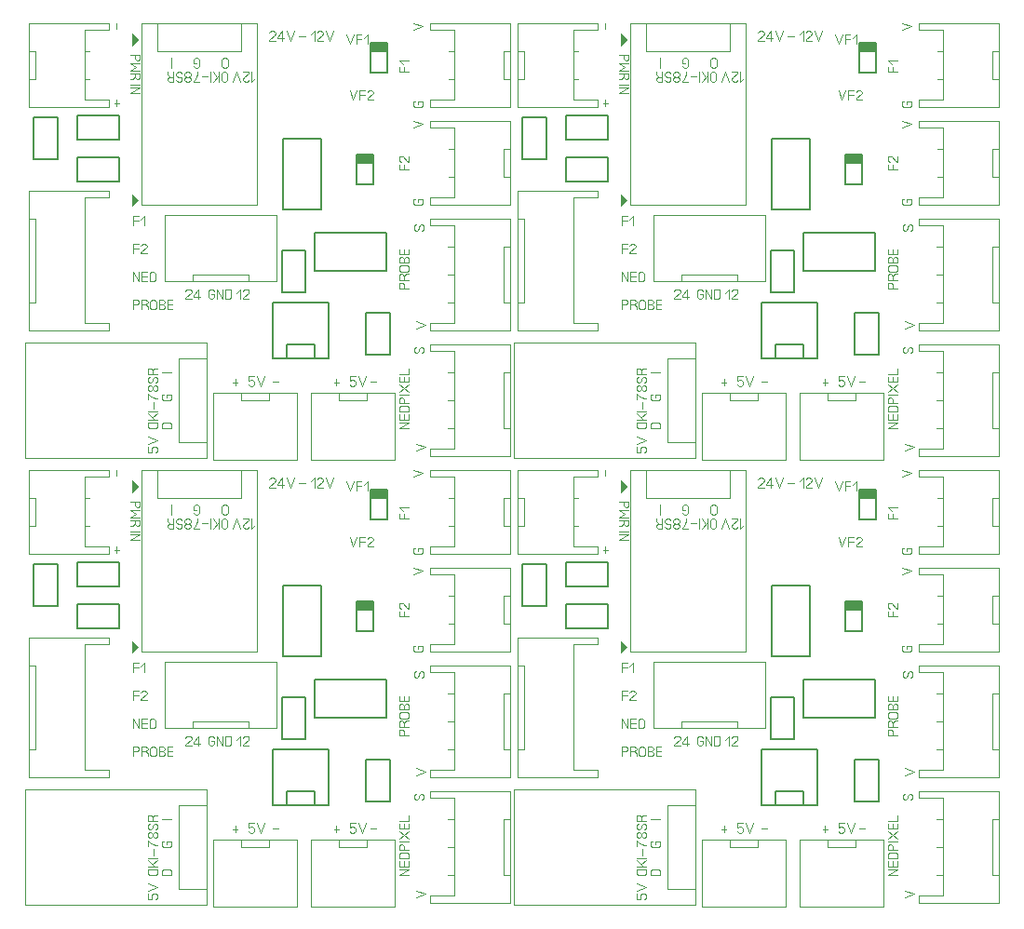
<source format=gbr>
%FSLAX34Y34*%
%MOMM*%
%LNSILK_TOP*%
G71*
G01*
%ADD10C, 0.150*%
%ADD11C, 0.100*%
%ADD12C, 0.111*%
%LPD*%
G54D10*
X8050Y-88925D02*
X30050Y-88925D01*
X30050Y-126925D01*
X8050Y-126925D01*
X8050Y-88925D01*
G54D10*
X269750Y-107975D02*
X234750Y-107975D01*
X234750Y-172975D01*
X269750Y-172975D01*
X269750Y-107975D01*
G54D10*
X329756Y-21394D02*
X314656Y-21394D01*
X314656Y-48394D01*
X329756Y-48394D01*
X329756Y-21394D01*
G36*
X329756Y-21394D02*
X314656Y-21394D01*
X314656Y-28494D01*
X329756Y-28494D01*
X329756Y-21394D01*
G37*
G54D11*
X329756Y-21394D02*
X314656Y-21394D01*
X314656Y-28494D01*
X329756Y-28494D01*
X329756Y-21394D01*
G54D10*
X47650Y-109425D02*
X47650Y-87425D01*
X85650Y-87425D01*
X85650Y-109425D01*
X47650Y-109425D01*
G54D11*
X165100Y-398462D02*
X165100Y-293688D01*
X0Y-293688D01*
X0Y-398463D01*
X165100Y-398462D01*
G54D11*
X165100Y-384175D02*
X139700Y-384175D01*
X139700Y-307975D01*
X165100Y-307975D01*
G54D12*
X113428Y-366142D02*
X118983Y-366142D01*
X120094Y-366808D01*
X120650Y-368142D01*
X120650Y-369475D01*
X120094Y-370808D01*
X118983Y-371475D01*
X113428Y-371475D01*
X112317Y-370808D01*
X111761Y-369475D01*
X111761Y-368142D01*
X112317Y-366808D01*
X113428Y-366142D01*
G54D12*
X120650Y-363698D02*
X111761Y-363698D01*
G54D12*
X117872Y-363698D02*
X111761Y-358365D01*
G54D12*
X116206Y-361698D02*
X120650Y-358365D01*
G54D12*
X120650Y-355921D02*
X111761Y-355921D01*
G54D12*
X116761Y-353477D02*
X116761Y-348144D01*
G54D12*
X111761Y-345700D02*
X111761Y-340367D01*
X112872Y-341033D01*
X114539Y-342367D01*
X116761Y-343700D01*
X118428Y-344367D01*
X120650Y-344367D01*
G54D12*
X116206Y-334590D02*
X116206Y-335923D01*
X115650Y-337256D01*
X114539Y-337923D01*
X113428Y-337923D01*
X112317Y-337256D01*
X111761Y-335923D01*
X111761Y-334590D01*
X112317Y-333256D01*
X113428Y-332590D01*
X114539Y-332590D01*
X115650Y-333256D01*
X116206Y-334590D01*
X116761Y-333256D01*
X117872Y-332590D01*
X118983Y-332590D01*
X120094Y-333256D01*
X120650Y-334590D01*
X120650Y-335923D01*
X120094Y-337256D01*
X118983Y-337923D01*
X117872Y-337923D01*
X116761Y-337256D01*
X116206Y-335923D01*
G54D12*
X118983Y-330146D02*
X120094Y-329479D01*
X120650Y-328146D01*
X120650Y-326813D01*
X120094Y-325479D01*
X118983Y-324813D01*
X117872Y-324813D01*
X116761Y-325479D01*
X116205Y-326813D01*
X116205Y-328146D01*
X115650Y-329479D01*
X114539Y-330146D01*
X113428Y-330146D01*
X112317Y-329479D01*
X111761Y-328146D01*
X111761Y-326813D01*
X112317Y-325479D01*
X113428Y-324813D01*
G54D12*
X116206Y-319702D02*
X117317Y-317702D01*
X118428Y-317036D01*
X120650Y-317036D01*
G54D12*
X120650Y-322369D02*
X111761Y-322369D01*
X111761Y-319036D01*
X112317Y-317702D01*
X113428Y-317036D01*
X114539Y-317036D01*
X115650Y-317702D01*
X116205Y-319036D01*
X116206Y-322369D01*
G54D12*
X126128Y-366538D02*
X131683Y-366539D01*
X132794Y-367205D01*
X133350Y-368538D01*
X133350Y-369872D01*
X132794Y-371205D01*
X131683Y-371872D01*
X126128Y-371872D01*
X125017Y-371205D01*
X124461Y-369872D01*
X124461Y-368538D01*
X125017Y-367205D01*
X126128Y-366538D01*
G54D12*
X128905Y-343408D02*
X128905Y-340742D01*
X131683Y-340742D01*
X132794Y-341408D01*
X133350Y-342742D01*
X133350Y-344075D01*
X132794Y-345408D01*
X131683Y-346075D01*
X126128Y-346075D01*
X125017Y-345408D01*
X124461Y-344075D01*
X124461Y-342742D01*
X125017Y-341408D01*
X126128Y-340742D01*
G54D12*
X133350Y-320675D02*
X124461Y-320675D01*
G54D11*
X127000Y-238124D02*
X127000Y-177799D01*
G54D11*
X127000Y-238124D02*
X228600Y-238124D01*
X228600Y-177799D01*
X127000Y-177799D01*
G54D11*
X152400Y-238124D02*
X152400Y-231774D01*
X203200Y-231774D01*
X203200Y-238124D01*
G54D11*
X368300Y-390525D02*
X368300Y-396875D01*
X441325Y-396875D01*
X441325Y-295275D01*
X368300Y-295275D01*
X368300Y-301625D01*
X390525Y-301625D01*
X390525Y-390525D01*
X368300Y-390525D01*
G54D11*
X441325Y-371475D02*
X434975Y-371475D01*
X434975Y-320675D01*
X441325Y-320675D01*
G54D11*
X390525Y-320675D02*
X384175Y-320675D01*
G54D11*
X384175Y-346075D02*
X390525Y-346075D01*
G54D11*
X384175Y-371475D02*
X390525Y-371475D01*
G54D11*
X368300Y-276225D02*
X368300Y-282575D01*
X441325Y-282575D01*
X441325Y-180975D01*
X368300Y-180975D01*
X368300Y-187325D01*
X390525Y-187325D01*
X390525Y-276225D01*
X368300Y-276225D01*
G54D11*
X441325Y-257175D02*
X434975Y-257175D01*
X434975Y-206375D01*
X441325Y-206375D01*
G54D11*
X390525Y-206375D02*
X384175Y-206375D01*
G54D11*
X384175Y-231775D02*
X390525Y-231775D01*
G54D11*
X384175Y-257175D02*
X390525Y-257175D01*
G54D10*
X225425Y-307975D02*
X276225Y-307975D01*
X276225Y-257175D01*
X225425Y-257175D01*
X225425Y-307975D01*
G54D10*
X238125Y-307975D02*
X263525Y-307975D01*
X263525Y-295275D01*
X238125Y-295275D01*
X238125Y-307975D01*
G54D12*
X355667Y-392225D02*
X364556Y-388892D01*
X355667Y-385559D01*
G54D12*
X361045Y-303148D02*
X362156Y-302481D01*
X362712Y-301148D01*
X362712Y-299814D01*
X362156Y-298481D01*
X361045Y-297814D01*
X359934Y-297814D01*
X358823Y-298481D01*
X358267Y-299814D01*
X358267Y-301148D01*
X357712Y-302481D01*
X356600Y-303148D01*
X355489Y-303148D01*
X354378Y-302481D01*
X353823Y-301148D01*
X353823Y-299814D01*
X354378Y-298481D01*
X355489Y-297814D01*
G54D12*
X355667Y-280975D02*
X364556Y-277642D01*
X355667Y-274309D01*
G54D12*
X361045Y-191898D02*
X362156Y-191231D01*
X362712Y-189898D01*
X362712Y-188564D01*
X362156Y-187231D01*
X361045Y-186564D01*
X359934Y-186564D01*
X358823Y-187231D01*
X358267Y-188564D01*
X358267Y-189898D01*
X357712Y-191231D01*
X356600Y-191898D01*
X355489Y-191898D01*
X354378Y-191231D01*
X353823Y-189898D01*
X353823Y-188564D01*
X354378Y-187231D01*
X355489Y-186564D01*
G54D10*
X309675Y-266725D02*
X331675Y-266725D01*
X331675Y-304725D01*
X309675Y-304725D01*
X309675Y-266725D01*
G54D11*
X260350Y-339725D02*
X260350Y-400050D01*
G54D11*
X336550Y-339725D02*
X336550Y-400050D01*
X260350Y-400050D01*
G54D11*
X260350Y-339725D02*
X336550Y-339725D01*
G54D11*
X285750Y-339725D02*
X285750Y-346075D01*
X311150Y-346075D01*
X311150Y-339725D01*
G54D11*
X76200Y-3175D02*
X3175Y-3175D01*
X3175Y-79375D01*
X76200Y-79375D01*
X76200Y-73025D01*
X53975Y-73025D01*
X53975Y-9525D01*
X76200Y-9525D01*
X76200Y-3175D01*
G54D11*
X58738Y-28575D02*
X53975Y-28575D01*
G54D11*
X58738Y-53975D02*
X53975Y-53975D01*
G54D11*
X3175Y-53975D02*
X9525Y-53975D01*
X9525Y-28575D01*
X3175Y-28575D01*
G54D11*
X368300Y-79375D02*
X441325Y-79375D01*
X441325Y-3175D01*
X368300Y-3175D01*
X368300Y-9525D01*
X390525Y-9525D01*
X390525Y-73025D01*
X368300Y-73025D01*
X368300Y-79375D01*
G54D11*
X385762Y-53975D02*
X390525Y-53975D01*
G54D11*
X385762Y-28575D02*
X390525Y-28575D01*
G54D11*
X441325Y-28575D02*
X434975Y-28575D01*
X434975Y-53975D01*
X441325Y-53975D01*
G54D11*
X368300Y-168275D02*
X441325Y-168275D01*
X441325Y-92075D01*
X368300Y-92075D01*
X368300Y-98425D01*
X390525Y-98425D01*
X390525Y-161925D01*
X368300Y-161925D01*
X368300Y-168275D01*
G54D11*
X385762Y-142875D02*
X390525Y-142875D01*
G54D11*
X385762Y-117475D02*
X390525Y-117475D01*
G54D11*
X441325Y-117475D02*
X434975Y-117475D01*
X434975Y-142875D01*
X441325Y-142875D01*
G54D11*
X211138Y-3175D02*
X106363Y-3175D01*
X106363Y-168275D01*
X211138Y-168275D01*
X211138Y-3175D01*
G54D11*
X196850Y-3175D02*
X196850Y-28575D01*
X120650Y-28575D01*
X120650Y-3175D01*
G54D12*
X178817Y-54847D02*
X178817Y-49292D01*
X179483Y-48180D01*
X180817Y-47625D01*
X182150Y-47625D01*
X183483Y-48180D01*
X184150Y-49292D01*
X184150Y-54847D01*
X183483Y-55958D01*
X182150Y-56514D01*
X180817Y-56514D01*
X179483Y-55958D01*
X178817Y-54847D01*
G54D12*
X176373Y-47625D02*
X176373Y-56514D01*
G54D12*
X176373Y-50403D02*
X171040Y-56514D01*
G54D12*
X174373Y-52070D02*
X171040Y-47625D01*
G54D12*
X168596Y-47625D02*
X168596Y-56514D01*
G54D12*
X166152Y-51514D02*
X160819Y-51514D01*
G54D12*
X158375Y-56514D02*
X153042Y-56514D01*
X153708Y-55403D01*
X155042Y-53736D01*
X156375Y-51514D01*
X157042Y-49847D01*
X157042Y-47625D01*
G54D12*
X147265Y-52070D02*
X148598Y-52070D01*
X149931Y-52625D01*
X150598Y-53736D01*
X150598Y-54847D01*
X149931Y-55958D01*
X148598Y-56514D01*
X147265Y-56514D01*
X145931Y-55958D01*
X145265Y-54847D01*
X145265Y-53736D01*
X145931Y-52625D01*
X147265Y-52070D01*
X145931Y-51514D01*
X145265Y-50403D01*
X145265Y-49292D01*
X145931Y-48180D01*
X147265Y-47625D01*
X148598Y-47625D01*
X149931Y-48180D01*
X150598Y-49292D01*
X150598Y-50403D01*
X149931Y-51514D01*
X148598Y-52070D01*
G54D12*
X142821Y-49292D02*
X142154Y-48181D01*
X140821Y-47625D01*
X139488Y-47625D01*
X138154Y-48180D01*
X137488Y-49292D01*
X137488Y-50403D01*
X138154Y-51514D01*
X139488Y-52070D01*
X140821Y-52070D01*
X142154Y-52625D01*
X142821Y-53736D01*
X142821Y-54847D01*
X142154Y-55958D01*
X140821Y-56514D01*
X139488Y-56514D01*
X138154Y-55958D01*
X137488Y-54847D01*
G54D12*
X132377Y-52070D02*
X130377Y-50958D01*
X129711Y-49847D01*
X129711Y-47625D01*
G54D12*
X135044Y-47625D02*
X135044Y-56514D01*
X131711Y-56514D01*
X130377Y-55958D01*
X129711Y-54847D01*
X129711Y-53736D01*
X130377Y-52625D01*
X131711Y-52070D01*
X135044Y-52070D01*
G54D12*
X179214Y-42147D02*
X179214Y-36592D01*
X179880Y-35480D01*
X181214Y-34925D01*
X182547Y-34925D01*
X183880Y-35480D01*
X184547Y-36592D01*
X184547Y-42147D01*
X183880Y-43258D01*
X182547Y-43814D01*
X181214Y-43814D01*
X179880Y-43258D01*
X179214Y-42147D01*
G54D12*
X156083Y-39370D02*
X153417Y-39370D01*
X153417Y-36592D01*
X154083Y-35480D01*
X155417Y-34925D01*
X156750Y-34925D01*
X158083Y-35480D01*
X158750Y-36592D01*
X158750Y-42147D01*
X158083Y-43258D01*
X156750Y-43814D01*
X155417Y-43814D01*
X154083Y-43258D01*
X153417Y-42147D01*
G54D12*
X133350Y-34925D02*
X133350Y-43814D01*
G54D11*
X171450Y-339725D02*
X171450Y-400050D01*
G54D11*
X247650Y-339725D02*
X247650Y-400050D01*
X171450Y-400050D01*
G54D11*
X171450Y-339725D02*
X247650Y-339725D01*
G54D11*
X196850Y-339725D02*
X196850Y-346075D01*
X222250Y-346075D01*
X222250Y-339725D01*
G54D10*
X47650Y-147525D02*
X47650Y-125525D01*
X85650Y-125525D01*
X85650Y-147525D01*
X47650Y-147525D01*
G54D10*
X317056Y-122994D02*
X301956Y-122994D01*
X301956Y-149994D01*
X317056Y-149994D01*
X317056Y-122994D01*
G36*
X317056Y-122994D02*
X301956Y-122994D01*
X301956Y-130094D01*
X317056Y-130094D01*
X317056Y-122994D01*
G37*
G54D11*
X317056Y-122994D02*
X301956Y-122994D01*
X301956Y-130094D01*
X317056Y-130094D01*
X317056Y-122994D01*
G54D11*
X76200Y-282575D02*
X3175Y-282575D01*
X3175Y-155575D01*
X76200Y-155575D01*
X76200Y-161925D01*
X53975Y-161925D01*
X53975Y-276225D01*
X76200Y-276225D01*
X76200Y-282575D01*
G54D11*
X3175Y-180975D02*
X9525Y-180975D01*
X9525Y-257175D01*
X3175Y-257175D01*
G54D10*
X263550Y-193800D02*
X263550Y-228800D01*
X328550Y-228800D01*
X328550Y-193800D01*
X263550Y-193800D01*
G54D10*
X233450Y-209600D02*
X255450Y-209600D01*
X255450Y-247600D01*
X233450Y-247600D01*
X233450Y-209600D01*
G36*
X97494Y-24470D02*
X103844Y-18120D01*
X97494Y-11770D01*
X97494Y-24470D01*
G37*
G54D12*
X95615Y-32021D02*
X104504Y-32021D01*
X104504Y-35354D01*
X103948Y-36688D01*
X102837Y-37354D01*
X101726Y-37354D01*
X100615Y-36688D01*
X100059Y-35354D01*
X100059Y-32021D01*
G54D12*
X104504Y-39798D02*
X95615Y-39798D01*
X101170Y-43131D01*
X95615Y-46465D01*
X104504Y-46465D01*
G54D12*
X100059Y-51576D02*
X98948Y-53576D01*
X97837Y-54242D01*
X95615Y-54242D01*
G54D12*
X95615Y-48909D02*
X104504Y-48909D01*
X104504Y-52242D01*
X103948Y-53576D01*
X102837Y-54242D01*
X101726Y-54242D01*
X100615Y-53576D01*
X100059Y-52242D01*
X100059Y-48909D01*
G54D12*
X95615Y-59263D02*
X104504Y-59263D01*
G54D12*
X95615Y-61707D02*
X104504Y-61707D01*
X95615Y-67040D01*
X104504Y-67040D01*
G36*
X97494Y-170520D02*
X103844Y-164170D01*
X97494Y-157820D01*
X97494Y-170520D01*
G37*
G54D12*
X98425Y-187325D02*
X98425Y-178436D01*
X103092Y-178436D01*
G54D12*
X98425Y-182881D02*
X103092Y-182881D01*
G54D12*
X105536Y-181769D02*
X108869Y-178436D01*
X108869Y-187325D01*
G54D12*
X98425Y-212725D02*
X98425Y-203836D01*
X103092Y-203836D01*
G54D12*
X98425Y-208280D02*
X103092Y-208280D01*
G54D12*
X110869Y-212725D02*
X105536Y-212725D01*
X105536Y-212170D01*
X106203Y-211058D01*
X110203Y-207725D01*
X110869Y-206614D01*
X110869Y-205503D01*
X110203Y-204392D01*
X108869Y-203836D01*
X107536Y-203836D01*
X106203Y-204392D01*
X105536Y-205503D01*
G54D12*
X98425Y-238125D02*
X98425Y-229236D01*
X103758Y-238125D01*
X103758Y-229236D01*
G54D12*
X110869Y-238125D02*
X106202Y-238125D01*
X106202Y-229236D01*
X110869Y-229236D01*
G54D12*
X106202Y-233680D02*
X110869Y-233680D01*
G54D12*
X118646Y-230903D02*
X118646Y-236458D01*
X117980Y-237570D01*
X116646Y-238125D01*
X115313Y-238125D01*
X113980Y-237570D01*
X113313Y-236458D01*
X113313Y-230903D01*
X113980Y-229792D01*
X115313Y-229236D01*
X116646Y-229236D01*
X117980Y-229792D01*
X118646Y-230903D01*
G54D12*
X98425Y-263525D02*
X98425Y-254636D01*
X101758Y-254636D01*
X103092Y-255192D01*
X103758Y-256303D01*
X103758Y-257414D01*
X103092Y-258525D01*
X101758Y-259080D01*
X98425Y-259080D01*
G54D12*
X108869Y-259080D02*
X110869Y-260192D01*
X111535Y-261303D01*
X111535Y-263525D01*
G54D12*
X106202Y-263525D02*
X106202Y-254636D01*
X109535Y-254636D01*
X110869Y-255192D01*
X111535Y-256303D01*
X111535Y-257414D01*
X110869Y-258525D01*
X109535Y-259080D01*
X106202Y-259080D01*
G54D12*
X119312Y-256303D02*
X119312Y-261858D01*
X118646Y-262970D01*
X117312Y-263525D01*
X115979Y-263525D01*
X114646Y-262970D01*
X113979Y-261858D01*
X113979Y-256303D01*
X114646Y-255192D01*
X115979Y-254636D01*
X117312Y-254636D01*
X118646Y-255192D01*
X119312Y-256303D01*
G54D12*
X121756Y-263525D02*
X121756Y-254636D01*
X125089Y-254636D01*
X126423Y-255192D01*
X127089Y-256303D01*
X127089Y-257414D01*
X126423Y-258525D01*
X125089Y-259080D01*
X126423Y-259636D01*
X127089Y-260747D01*
X127089Y-261858D01*
X126423Y-262970D01*
X125089Y-263525D01*
X121756Y-263525D01*
G54D12*
X121756Y-259080D02*
X125089Y-259080D01*
G54D12*
X134200Y-263525D02*
X129533Y-263525D01*
X129533Y-254636D01*
X134200Y-254636D01*
G54D12*
X129533Y-259080D02*
X134200Y-259080D01*
G54D12*
X208533Y-324486D02*
X203200Y-324486D01*
X203200Y-328375D01*
X203867Y-328375D01*
X205200Y-327820D01*
X206533Y-327820D01*
X207867Y-328375D01*
X208533Y-329486D01*
X208533Y-331708D01*
X207867Y-332820D01*
X206533Y-333375D01*
X205200Y-333375D01*
X203867Y-332820D01*
X203200Y-331708D01*
G54D12*
X210977Y-324486D02*
X214310Y-333375D01*
X217644Y-324486D01*
G54D12*
X300608Y-324486D02*
X295275Y-324486D01*
X295275Y-328375D01*
X295942Y-328375D01*
X297275Y-327820D01*
X298608Y-327820D01*
X299942Y-328375D01*
X300608Y-329486D01*
X300608Y-331708D01*
X299942Y-332820D01*
X298608Y-333375D01*
X297275Y-333375D01*
X295942Y-332820D01*
X295275Y-331708D01*
G54D12*
X303052Y-324486D02*
X306385Y-333375D01*
X309719Y-324486D01*
G54D12*
X349250Y-371475D02*
X340361Y-371475D01*
X349250Y-366142D01*
X340361Y-366142D01*
G54D12*
X349250Y-359031D02*
X349250Y-363698D01*
X340361Y-363698D01*
X340361Y-359031D01*
G54D12*
X344806Y-363698D02*
X344806Y-359031D01*
G54D12*
X342028Y-351254D02*
X347583Y-351254D01*
X348694Y-351920D01*
X349250Y-353254D01*
X349250Y-354587D01*
X348694Y-355920D01*
X347583Y-356587D01*
X342028Y-356587D01*
X340917Y-355920D01*
X340361Y-354587D01*
X340361Y-353254D01*
X340917Y-351920D01*
X342028Y-351254D01*
G54D12*
X349250Y-348810D02*
X340361Y-348810D01*
X340361Y-345477D01*
X340917Y-344143D01*
X342028Y-343477D01*
X343139Y-343477D01*
X344250Y-344143D01*
X344806Y-345477D01*
X344806Y-348810D01*
G54D12*
X349250Y-341033D02*
X340361Y-341033D01*
G54D12*
X340361Y-338589D02*
X349250Y-331922D01*
G54D12*
X349250Y-338589D02*
X340361Y-331922D01*
G54D12*
X349250Y-324811D02*
X349250Y-329478D01*
X340361Y-329478D01*
X340361Y-324811D01*
G54D12*
X344806Y-329478D02*
X344806Y-324811D01*
G54D12*
X340361Y-322367D02*
X349250Y-322367D01*
X349250Y-317700D01*
G54D12*
X349250Y-244475D02*
X340361Y-244475D01*
X340361Y-241142D01*
X340917Y-239808D01*
X342028Y-239142D01*
X343139Y-239142D01*
X344250Y-239808D01*
X344806Y-241142D01*
X344806Y-244475D01*
G54D12*
X344806Y-234031D02*
X345917Y-232031D01*
X347028Y-231365D01*
X349250Y-231365D01*
G54D12*
X349250Y-236698D02*
X340361Y-236698D01*
X340361Y-233365D01*
X340917Y-232031D01*
X342028Y-231365D01*
X343139Y-231365D01*
X344250Y-232031D01*
X344806Y-233365D01*
X344806Y-236698D01*
G54D12*
X342028Y-223588D02*
X347583Y-223588D01*
X348694Y-224254D01*
X349250Y-225588D01*
X349250Y-226921D01*
X348694Y-228254D01*
X347583Y-228921D01*
X342028Y-228921D01*
X340917Y-228254D01*
X340361Y-226921D01*
X340361Y-225588D01*
X340917Y-224254D01*
X342028Y-223588D01*
G54D12*
X349250Y-221144D02*
X340361Y-221144D01*
X340361Y-217811D01*
X340917Y-216477D01*
X342028Y-215811D01*
X343139Y-215811D01*
X344250Y-216477D01*
X344806Y-217811D01*
X345361Y-216477D01*
X346472Y-215811D01*
X347583Y-215811D01*
X348694Y-216477D01*
X349250Y-217811D01*
X349250Y-221144D01*
G54D12*
X344806Y-221144D02*
X344806Y-217811D01*
G54D12*
X349250Y-208700D02*
X349250Y-213367D01*
X340361Y-213367D01*
X340361Y-208700D01*
G54D12*
X344806Y-213367D02*
X344806Y-208700D01*
G54D12*
X349250Y-47625D02*
X340361Y-47625D01*
X340361Y-42958D01*
G54D12*
X344806Y-47625D02*
X344806Y-42958D01*
G54D12*
X343694Y-40514D02*
X340361Y-37181D01*
X349250Y-37181D01*
G54D12*
X349250Y-136525D02*
X340361Y-136525D01*
X340361Y-131858D01*
G54D12*
X344806Y-136525D02*
X344806Y-131858D01*
G54D12*
X349250Y-124081D02*
X349250Y-129414D01*
X348694Y-129414D01*
X347583Y-128747D01*
X344250Y-124747D01*
X343139Y-124081D01*
X342028Y-124081D01*
X340917Y-124747D01*
X340361Y-126081D01*
X340361Y-127414D01*
X340917Y-128747D01*
X342028Y-129414D01*
G54D12*
X292100Y-13336D02*
X295433Y-22225D01*
X298767Y-13336D01*
G54D12*
X301211Y-22225D02*
X301211Y-13336D01*
X305878Y-13336D01*
G54D12*
X301211Y-17781D02*
X305878Y-17781D01*
G54D12*
X308322Y-16669D02*
X311655Y-13336D01*
X311655Y-22225D01*
G54D12*
X295275Y-64136D02*
X298608Y-73025D01*
X301942Y-64136D01*
G54D12*
X304386Y-73025D02*
X304386Y-64136D01*
X309053Y-64136D01*
G54D12*
X304386Y-68581D02*
X309053Y-68581D01*
G54D12*
X316830Y-73025D02*
X311497Y-73025D01*
X311497Y-72469D01*
X312164Y-71358D01*
X316164Y-68025D01*
X316830Y-66914D01*
X316830Y-65803D01*
X316164Y-64692D01*
X314830Y-64136D01*
X313497Y-64136D01*
X312164Y-64692D01*
X311497Y-65803D01*
G54D12*
X227583Y-19050D02*
X222250Y-19050D01*
X222250Y-18494D01*
X222917Y-17383D01*
X226917Y-14050D01*
X227583Y-12939D01*
X227583Y-11828D01*
X226917Y-10717D01*
X225583Y-10161D01*
X224250Y-10161D01*
X222917Y-10717D01*
X222250Y-11828D01*
G54D12*
X234027Y-19050D02*
X234027Y-10161D01*
X230027Y-15717D01*
X230027Y-16828D01*
X235360Y-16828D01*
G54D12*
X237804Y-10161D02*
X241137Y-19050D01*
X244471Y-10161D01*
G54D12*
X249492Y-15161D02*
X254825Y-15161D01*
G54D12*
X259846Y-13494D02*
X263179Y-10161D01*
X263179Y-19050D01*
G54D12*
X270956Y-19050D02*
X265623Y-19050D01*
X265623Y-18494D01*
X266290Y-17383D01*
X270290Y-14050D01*
X270956Y-12939D01*
X270956Y-11828D01*
X270290Y-10717D01*
X268956Y-10161D01*
X267623Y-10161D01*
X266290Y-10717D01*
X265623Y-11828D01*
G54D12*
X273400Y-10161D02*
X276733Y-19050D01*
X280067Y-10161D01*
G54D12*
X151383Y-254000D02*
X146050Y-254000D01*
X146050Y-253444D01*
X146717Y-252333D01*
X150717Y-249000D01*
X151383Y-247889D01*
X151383Y-246778D01*
X150717Y-245667D01*
X149383Y-245111D01*
X148050Y-245111D01*
X146717Y-245667D01*
X146050Y-246778D01*
G54D12*
X157827Y-254000D02*
X157827Y-245111D01*
X153827Y-250667D01*
X153827Y-251778D01*
X159160Y-251778D01*
G54D12*
X169425Y-249556D02*
X172091Y-249556D01*
X172091Y-252333D01*
X171425Y-253444D01*
X170091Y-254000D01*
X168758Y-254000D01*
X167425Y-253444D01*
X166758Y-252333D01*
X166758Y-246778D01*
X167425Y-245667D01*
X168758Y-245111D01*
X170091Y-245111D01*
X171425Y-245667D01*
X172091Y-246778D01*
G54D12*
X174535Y-254000D02*
X174535Y-245111D01*
X179868Y-254000D01*
X179868Y-245111D01*
G54D12*
X182312Y-254000D02*
X182312Y-245111D01*
X185645Y-245111D01*
X186979Y-245667D01*
X187645Y-246778D01*
X187645Y-252333D01*
X186979Y-253444D01*
X185645Y-254000D01*
X182312Y-254000D01*
G54D12*
X192666Y-248444D02*
X195999Y-245111D01*
X195999Y-254000D01*
G54D12*
X203776Y-254000D02*
X198443Y-254000D01*
X198443Y-253444D01*
X199110Y-252333D01*
X203110Y-249000D01*
X203776Y-247889D01*
X203776Y-246778D01*
X203110Y-245667D01*
X201776Y-245111D01*
X200443Y-245111D01*
X199110Y-245667D01*
X198443Y-246778D01*
G54D12*
X353061Y-9525D02*
X361950Y-6192D01*
X353061Y-2858D01*
G54D12*
X353061Y-98425D02*
X361950Y-95092D01*
X353061Y-91758D01*
G54D12*
X357506Y-165608D02*
X357506Y-162942D01*
X360283Y-162942D01*
X361394Y-163608D01*
X361950Y-164942D01*
X361950Y-166275D01*
X361394Y-167608D01*
X360283Y-168275D01*
X354728Y-168275D01*
X353617Y-167608D01*
X353061Y-166275D01*
X353061Y-164942D01*
X353617Y-163608D01*
X354728Y-162942D01*
G54D12*
X357506Y-76708D02*
X357506Y-74042D01*
X360283Y-74042D01*
X361394Y-74708D01*
X361950Y-76042D01*
X361950Y-77375D01*
X361394Y-78708D01*
X360283Y-79375D01*
X354728Y-79375D01*
X353617Y-78708D01*
X353061Y-77375D01*
X353061Y-76042D01*
X353617Y-74708D01*
X354728Y-74042D01*
G54D12*
X83264Y-73025D02*
X83264Y-78358D01*
G54D12*
X85486Y-75692D02*
X81042Y-75692D01*
G54D12*
X191214Y-327025D02*
X191214Y-332358D01*
G54D12*
X193436Y-329692D02*
X188992Y-329692D01*
G54D12*
X283289Y-327025D02*
X283289Y-332358D01*
G54D12*
X285511Y-329692D02*
X281067Y-329692D01*
G54D12*
X83264Y-3175D02*
X83264Y-8508D01*
G54D12*
X225425Y-329486D02*
X230758Y-329486D01*
G54D12*
X314325Y-329486D02*
X319658Y-329486D01*
G54D12*
X111761Y-388367D02*
X111761Y-393700D01*
X115650Y-393700D01*
X115650Y-393033D01*
X115094Y-391700D01*
X115094Y-390367D01*
X115650Y-389033D01*
X116761Y-388367D01*
X118983Y-388367D01*
X120094Y-389033D01*
X120650Y-390367D01*
X120650Y-391700D01*
X120094Y-393033D01*
X118983Y-393700D01*
G54D12*
X111761Y-385923D02*
X120650Y-382590D01*
X111761Y-379256D01*
G54D12*
X209550Y-53181D02*
X206217Y-56514D01*
X206217Y-47625D01*
G54D12*
X198440Y-47625D02*
X203773Y-47625D01*
X203773Y-48181D01*
X203106Y-49292D01*
X199106Y-52625D01*
X198440Y-53736D01*
X198440Y-54847D01*
X199106Y-55958D01*
X200440Y-56514D01*
X201773Y-56514D01*
X203106Y-55958D01*
X203773Y-54847D01*
G54D12*
X195996Y-56514D02*
X192663Y-47625D01*
X189329Y-56514D01*
G54D10*
X452550Y-88925D02*
X474550Y-88925D01*
X474550Y-126925D01*
X452550Y-126925D01*
X452550Y-88925D01*
G54D10*
X714250Y-107975D02*
X679250Y-107975D01*
X679250Y-172975D01*
X714250Y-172975D01*
X714250Y-107975D01*
G54D10*
X774256Y-21394D02*
X759156Y-21394D01*
X759156Y-48394D01*
X774256Y-48394D01*
X774256Y-21394D01*
G36*
X774256Y-21394D02*
X759156Y-21394D01*
X759156Y-28494D01*
X774256Y-28494D01*
X774256Y-21394D01*
G37*
G54D11*
X774256Y-21394D02*
X759156Y-21394D01*
X759156Y-28494D01*
X774256Y-28494D01*
X774256Y-21394D01*
G54D10*
X492150Y-109425D02*
X492150Y-87425D01*
X530150Y-87425D01*
X530150Y-109425D01*
X492150Y-109425D01*
G54D11*
X609600Y-398462D02*
X609600Y-293688D01*
X444500Y-293688D01*
X444500Y-398463D01*
X609600Y-398462D01*
G54D11*
X609600Y-384175D02*
X584200Y-384175D01*
X584200Y-307975D01*
X609600Y-307975D01*
G54D12*
X557928Y-366142D02*
X563483Y-366142D01*
X564594Y-366808D01*
X565150Y-368142D01*
X565150Y-369475D01*
X564594Y-370808D01*
X563483Y-371475D01*
X557928Y-371475D01*
X556817Y-370808D01*
X556261Y-369475D01*
X556261Y-368142D01*
X556817Y-366808D01*
X557928Y-366142D01*
G54D12*
X565150Y-363698D02*
X556261Y-363698D01*
G54D12*
X562372Y-363698D02*
X556261Y-358365D01*
G54D12*
X560706Y-361698D02*
X565150Y-358365D01*
G54D12*
X565150Y-355921D02*
X556261Y-355921D01*
G54D12*
X561261Y-353477D02*
X561261Y-348144D01*
G54D12*
X556261Y-345700D02*
X556261Y-340367D01*
X557372Y-341033D01*
X559039Y-342367D01*
X561261Y-343700D01*
X562928Y-344367D01*
X565150Y-344367D01*
G54D12*
X560706Y-334590D02*
X560706Y-335923D01*
X560150Y-337256D01*
X559039Y-337923D01*
X557928Y-337923D01*
X556817Y-337256D01*
X556261Y-335923D01*
X556261Y-334590D01*
X556817Y-333256D01*
X557928Y-332590D01*
X559039Y-332590D01*
X560150Y-333256D01*
X560706Y-334590D01*
X561261Y-333256D01*
X562372Y-332590D01*
X563483Y-332590D01*
X564594Y-333256D01*
X565150Y-334590D01*
X565150Y-335923D01*
X564594Y-337256D01*
X563483Y-337923D01*
X562372Y-337923D01*
X561261Y-337256D01*
X560706Y-335923D01*
G54D12*
X563483Y-330146D02*
X564594Y-329479D01*
X565150Y-328146D01*
X565150Y-326813D01*
X564594Y-325479D01*
X563483Y-324813D01*
X562372Y-324813D01*
X561261Y-325479D01*
X560705Y-326813D01*
X560705Y-328146D01*
X560150Y-329479D01*
X559039Y-330146D01*
X557928Y-330146D01*
X556817Y-329479D01*
X556261Y-328146D01*
X556261Y-326813D01*
X556817Y-325479D01*
X557928Y-324813D01*
G54D12*
X560706Y-319702D02*
X561817Y-317702D01*
X562928Y-317036D01*
X565150Y-317036D01*
G54D12*
X565150Y-322369D02*
X556261Y-322369D01*
X556261Y-319036D01*
X556817Y-317702D01*
X557928Y-317036D01*
X559039Y-317036D01*
X560150Y-317702D01*
X560705Y-319036D01*
X560706Y-322369D01*
G54D12*
X570628Y-366538D02*
X576183Y-366539D01*
X577294Y-367205D01*
X577850Y-368538D01*
X577850Y-369872D01*
X577294Y-371205D01*
X576183Y-371872D01*
X570628Y-371872D01*
X569517Y-371205D01*
X568961Y-369872D01*
X568961Y-368538D01*
X569517Y-367205D01*
X570628Y-366538D01*
G54D12*
X573405Y-343408D02*
X573405Y-340742D01*
X576183Y-340742D01*
X577294Y-341408D01*
X577850Y-342742D01*
X577850Y-344075D01*
X577294Y-345408D01*
X576183Y-346075D01*
X570628Y-346075D01*
X569517Y-345408D01*
X568961Y-344075D01*
X568961Y-342742D01*
X569517Y-341408D01*
X570628Y-340742D01*
G54D12*
X577850Y-320675D02*
X568961Y-320675D01*
G54D11*
X571500Y-238124D02*
X571500Y-177799D01*
G54D11*
X571500Y-238124D02*
X673100Y-238124D01*
X673100Y-177799D01*
X571500Y-177799D01*
G54D11*
X596900Y-238124D02*
X596900Y-231774D01*
X647700Y-231774D01*
X647700Y-238124D01*
G54D11*
X812800Y-390525D02*
X812800Y-396875D01*
X885825Y-396875D01*
X885825Y-295275D01*
X812800Y-295275D01*
X812800Y-301625D01*
X835025Y-301625D01*
X835025Y-390525D01*
X812800Y-390525D01*
G54D11*
X885825Y-371475D02*
X879475Y-371475D01*
X879475Y-320675D01*
X885825Y-320675D01*
G54D11*
X835025Y-320675D02*
X828675Y-320675D01*
G54D11*
X828675Y-346075D02*
X835025Y-346075D01*
G54D11*
X828675Y-371475D02*
X835025Y-371475D01*
G54D11*
X812800Y-276225D02*
X812800Y-282575D01*
X885825Y-282575D01*
X885825Y-180975D01*
X812800Y-180975D01*
X812800Y-187325D01*
X835025Y-187325D01*
X835025Y-276225D01*
X812800Y-276225D01*
G54D11*
X885825Y-257175D02*
X879475Y-257175D01*
X879475Y-206375D01*
X885825Y-206375D01*
G54D11*
X835025Y-206375D02*
X828675Y-206375D01*
G54D11*
X828675Y-231775D02*
X835025Y-231775D01*
G54D11*
X828675Y-257175D02*
X835025Y-257175D01*
G54D10*
X669925Y-307975D02*
X720725Y-307975D01*
X720725Y-257175D01*
X669925Y-257175D01*
X669925Y-307975D01*
G54D10*
X682625Y-307975D02*
X708025Y-307975D01*
X708025Y-295275D01*
X682625Y-295275D01*
X682625Y-307975D01*
G54D12*
X800167Y-392225D02*
X809056Y-388892D01*
X800167Y-385559D01*
G54D12*
X805545Y-303148D02*
X806656Y-302481D01*
X807212Y-301148D01*
X807212Y-299814D01*
X806656Y-298481D01*
X805545Y-297814D01*
X804434Y-297814D01*
X803323Y-298481D01*
X802767Y-299814D01*
X802767Y-301148D01*
X802212Y-302481D01*
X801100Y-303148D01*
X799989Y-303148D01*
X798878Y-302481D01*
X798323Y-301148D01*
X798323Y-299814D01*
X798878Y-298481D01*
X799989Y-297814D01*
G54D12*
X800167Y-280975D02*
X809056Y-277642D01*
X800167Y-274309D01*
G54D12*
X805545Y-191898D02*
X806656Y-191231D01*
X807212Y-189898D01*
X807212Y-188564D01*
X806656Y-187231D01*
X805545Y-186564D01*
X804434Y-186564D01*
X803323Y-187231D01*
X802767Y-188564D01*
X802767Y-189898D01*
X802212Y-191231D01*
X801100Y-191898D01*
X799989Y-191898D01*
X798878Y-191231D01*
X798323Y-189898D01*
X798323Y-188564D01*
X798878Y-187231D01*
X799989Y-186564D01*
G54D10*
X754175Y-266725D02*
X776175Y-266725D01*
X776175Y-304725D01*
X754175Y-304725D01*
X754175Y-266725D01*
G54D11*
X704850Y-339725D02*
X704850Y-400050D01*
G54D11*
X781050Y-339725D02*
X781050Y-400050D01*
X704850Y-400050D01*
G54D11*
X704850Y-339725D02*
X781050Y-339725D01*
G54D11*
X730250Y-339725D02*
X730250Y-346075D01*
X755650Y-346075D01*
X755650Y-339725D01*
G54D11*
X520700Y-3175D02*
X447675Y-3175D01*
X447675Y-79375D01*
X520700Y-79375D01*
X520700Y-73025D01*
X498475Y-73025D01*
X498475Y-9525D01*
X520700Y-9525D01*
X520700Y-3175D01*
G54D11*
X503238Y-28575D02*
X498475Y-28575D01*
G54D11*
X503238Y-53975D02*
X498475Y-53975D01*
G54D11*
X447675Y-53975D02*
X454025Y-53975D01*
X454025Y-28575D01*
X447675Y-28575D01*
G54D11*
X812800Y-79375D02*
X885825Y-79375D01*
X885825Y-3175D01*
X812800Y-3175D01*
X812800Y-9525D01*
X835025Y-9525D01*
X835025Y-73025D01*
X812800Y-73025D01*
X812800Y-79375D01*
G54D11*
X830262Y-53975D02*
X835025Y-53975D01*
G54D11*
X830262Y-28575D02*
X835025Y-28575D01*
G54D11*
X885825Y-28575D02*
X879475Y-28575D01*
X879475Y-53975D01*
X885825Y-53975D01*
G54D11*
X812800Y-168275D02*
X885825Y-168275D01*
X885825Y-92075D01*
X812800Y-92075D01*
X812800Y-98425D01*
X835025Y-98425D01*
X835025Y-161925D01*
X812800Y-161925D01*
X812800Y-168275D01*
G54D11*
X830262Y-142875D02*
X835025Y-142875D01*
G54D11*
X830262Y-117475D02*
X835025Y-117475D01*
G54D11*
X885825Y-117475D02*
X879475Y-117475D01*
X879475Y-142875D01*
X885825Y-142875D01*
G54D11*
X655638Y-3175D02*
X550863Y-3175D01*
X550863Y-168275D01*
X655638Y-168275D01*
X655638Y-3175D01*
G54D11*
X641350Y-3175D02*
X641350Y-28575D01*
X565150Y-28575D01*
X565150Y-3175D01*
G54D12*
X623317Y-54847D02*
X623317Y-49292D01*
X623983Y-48180D01*
X625317Y-47625D01*
X626650Y-47625D01*
X627983Y-48180D01*
X628650Y-49292D01*
X628650Y-54847D01*
X627983Y-55958D01*
X626650Y-56514D01*
X625317Y-56514D01*
X623983Y-55958D01*
X623317Y-54847D01*
G54D12*
X620873Y-47625D02*
X620873Y-56514D01*
G54D12*
X620873Y-50403D02*
X615540Y-56514D01*
G54D12*
X618873Y-52070D02*
X615540Y-47625D01*
G54D12*
X613096Y-47625D02*
X613096Y-56514D01*
G54D12*
X610652Y-51514D02*
X605319Y-51514D01*
G54D12*
X602875Y-56514D02*
X597542Y-56514D01*
X598208Y-55403D01*
X599542Y-53736D01*
X600875Y-51514D01*
X601542Y-49847D01*
X601542Y-47625D01*
G54D12*
X591765Y-52070D02*
X593098Y-52070D01*
X594431Y-52625D01*
X595098Y-53736D01*
X595098Y-54847D01*
X594431Y-55958D01*
X593098Y-56514D01*
X591765Y-56514D01*
X590431Y-55958D01*
X589765Y-54847D01*
X589765Y-53736D01*
X590431Y-52625D01*
X591765Y-52070D01*
X590431Y-51514D01*
X589765Y-50403D01*
X589765Y-49292D01*
X590431Y-48180D01*
X591765Y-47625D01*
X593098Y-47625D01*
X594431Y-48180D01*
X595098Y-49292D01*
X595098Y-50403D01*
X594431Y-51514D01*
X593098Y-52070D01*
G54D12*
X587321Y-49292D02*
X586654Y-48181D01*
X585321Y-47625D01*
X583988Y-47625D01*
X582654Y-48180D01*
X581988Y-49292D01*
X581988Y-50403D01*
X582654Y-51514D01*
X583988Y-52070D01*
X585321Y-52070D01*
X586654Y-52625D01*
X587321Y-53736D01*
X587321Y-54847D01*
X586654Y-55958D01*
X585321Y-56514D01*
X583988Y-56514D01*
X582654Y-55958D01*
X581988Y-54847D01*
G54D12*
X576877Y-52070D02*
X574877Y-50958D01*
X574211Y-49847D01*
X574211Y-47625D01*
G54D12*
X579544Y-47625D02*
X579544Y-56514D01*
X576211Y-56514D01*
X574877Y-55958D01*
X574211Y-54847D01*
X574211Y-53736D01*
X574877Y-52625D01*
X576211Y-52070D01*
X579544Y-52070D01*
G54D12*
X623714Y-42147D02*
X623714Y-36592D01*
X624380Y-35480D01*
X625714Y-34925D01*
X627047Y-34925D01*
X628380Y-35480D01*
X629047Y-36592D01*
X629047Y-42147D01*
X628380Y-43258D01*
X627047Y-43814D01*
X625714Y-43814D01*
X624380Y-43258D01*
X623714Y-42147D01*
G54D12*
X600583Y-39370D02*
X597917Y-39370D01*
X597917Y-36592D01*
X598583Y-35480D01*
X599917Y-34925D01*
X601250Y-34925D01*
X602583Y-35480D01*
X603250Y-36592D01*
X603250Y-42147D01*
X602583Y-43258D01*
X601250Y-43814D01*
X599917Y-43814D01*
X598583Y-43258D01*
X597917Y-42147D01*
G54D12*
X577850Y-34925D02*
X577850Y-43814D01*
G54D11*
X615950Y-339725D02*
X615950Y-400050D01*
G54D11*
X692150Y-339725D02*
X692150Y-400050D01*
X615950Y-400050D01*
G54D11*
X615950Y-339725D02*
X692150Y-339725D01*
G54D11*
X641350Y-339725D02*
X641350Y-346075D01*
X666750Y-346075D01*
X666750Y-339725D01*
G54D10*
X492150Y-147525D02*
X492150Y-125525D01*
X530150Y-125525D01*
X530150Y-147525D01*
X492150Y-147525D01*
G54D10*
X761556Y-122994D02*
X746456Y-122994D01*
X746456Y-149994D01*
X761556Y-149994D01*
X761556Y-122994D01*
G36*
X761556Y-122994D02*
X746456Y-122994D01*
X746456Y-130094D01*
X761556Y-130094D01*
X761556Y-122994D01*
G37*
G54D11*
X761556Y-122994D02*
X746456Y-122994D01*
X746456Y-130094D01*
X761556Y-130094D01*
X761556Y-122994D01*
G54D11*
X520700Y-282575D02*
X447675Y-282575D01*
X447675Y-155575D01*
X520700Y-155575D01*
X520700Y-161925D01*
X498475Y-161925D01*
X498475Y-276225D01*
X520700Y-276225D01*
X520700Y-282575D01*
G54D11*
X447675Y-180975D02*
X454025Y-180975D01*
X454025Y-257175D01*
X447675Y-257175D01*
G54D10*
X708050Y-193800D02*
X708050Y-228800D01*
X773050Y-228800D01*
X773050Y-193800D01*
X708050Y-193800D01*
G54D10*
X677950Y-209600D02*
X699950Y-209600D01*
X699950Y-247600D01*
X677950Y-247600D01*
X677950Y-209600D01*
G36*
X541994Y-24470D02*
X548344Y-18120D01*
X541994Y-11770D01*
X541994Y-24470D01*
G37*
G54D12*
X540115Y-32021D02*
X549004Y-32021D01*
X549004Y-35354D01*
X548448Y-36688D01*
X547337Y-37354D01*
X546226Y-37354D01*
X545115Y-36688D01*
X544559Y-35354D01*
X544559Y-32021D01*
G54D12*
X549004Y-39798D02*
X540115Y-39798D01*
X545670Y-43131D01*
X540115Y-46465D01*
X549004Y-46465D01*
G54D12*
X544559Y-51576D02*
X543448Y-53576D01*
X542337Y-54242D01*
X540115Y-54242D01*
G54D12*
X540115Y-48909D02*
X549004Y-48909D01*
X549004Y-52242D01*
X548448Y-53576D01*
X547337Y-54242D01*
X546226Y-54242D01*
X545115Y-53576D01*
X544559Y-52242D01*
X544559Y-48909D01*
G54D12*
X540115Y-59263D02*
X549004Y-59263D01*
G54D12*
X540115Y-61707D02*
X549004Y-61707D01*
X540115Y-67040D01*
X549004Y-67040D01*
G36*
X541994Y-170520D02*
X548344Y-164170D01*
X541994Y-157820D01*
X541994Y-170520D01*
G37*
G54D12*
X542925Y-187325D02*
X542925Y-178436D01*
X547592Y-178436D01*
G54D12*
X542925Y-182881D02*
X547592Y-182881D01*
G54D12*
X550036Y-181769D02*
X553369Y-178436D01*
X553369Y-187325D01*
G54D12*
X542925Y-212725D02*
X542925Y-203836D01*
X547592Y-203836D01*
G54D12*
X542925Y-208280D02*
X547592Y-208280D01*
G54D12*
X555369Y-212725D02*
X550036Y-212725D01*
X550036Y-212170D01*
X550703Y-211058D01*
X554703Y-207725D01*
X555369Y-206614D01*
X555369Y-205503D01*
X554703Y-204392D01*
X553369Y-203836D01*
X552036Y-203836D01*
X550703Y-204392D01*
X550036Y-205503D01*
G54D12*
X542925Y-238125D02*
X542925Y-229236D01*
X548258Y-238125D01*
X548258Y-229236D01*
G54D12*
X555369Y-238125D02*
X550702Y-238125D01*
X550702Y-229236D01*
X555369Y-229236D01*
G54D12*
X550702Y-233680D02*
X555369Y-233680D01*
G54D12*
X563146Y-230903D02*
X563146Y-236458D01*
X562480Y-237570D01*
X561146Y-238125D01*
X559813Y-238125D01*
X558480Y-237570D01*
X557813Y-236458D01*
X557813Y-230903D01*
X558480Y-229792D01*
X559813Y-229236D01*
X561146Y-229236D01*
X562480Y-229792D01*
X563146Y-230903D01*
G54D12*
X542925Y-263525D02*
X542925Y-254636D01*
X546258Y-254636D01*
X547592Y-255192D01*
X548258Y-256303D01*
X548258Y-257414D01*
X547592Y-258525D01*
X546258Y-259080D01*
X542925Y-259080D01*
G54D12*
X553369Y-259080D02*
X555369Y-260192D01*
X556035Y-261303D01*
X556035Y-263525D01*
G54D12*
X550702Y-263525D02*
X550702Y-254636D01*
X554035Y-254636D01*
X555369Y-255192D01*
X556035Y-256303D01*
X556035Y-257414D01*
X555369Y-258525D01*
X554035Y-259080D01*
X550702Y-259080D01*
G54D12*
X563812Y-256303D02*
X563812Y-261858D01*
X563146Y-262970D01*
X561812Y-263525D01*
X560479Y-263525D01*
X559146Y-262970D01*
X558479Y-261858D01*
X558479Y-256303D01*
X559146Y-255192D01*
X560479Y-254636D01*
X561812Y-254636D01*
X563146Y-255192D01*
X563812Y-256303D01*
G54D12*
X566256Y-263525D02*
X566256Y-254636D01*
X569589Y-254636D01*
X570923Y-255192D01*
X571589Y-256303D01*
X571589Y-257414D01*
X570923Y-258525D01*
X569589Y-259080D01*
X570923Y-259636D01*
X571589Y-260747D01*
X571589Y-261858D01*
X570923Y-262970D01*
X569589Y-263525D01*
X566256Y-263525D01*
G54D12*
X566256Y-259080D02*
X569589Y-259080D01*
G54D12*
X578700Y-263525D02*
X574033Y-263525D01*
X574033Y-254636D01*
X578700Y-254636D01*
G54D12*
X574033Y-259080D02*
X578700Y-259080D01*
G54D12*
X653033Y-324486D02*
X647700Y-324486D01*
X647700Y-328375D01*
X648367Y-328375D01*
X649700Y-327820D01*
X651033Y-327820D01*
X652367Y-328375D01*
X653033Y-329486D01*
X653033Y-331708D01*
X652367Y-332820D01*
X651033Y-333375D01*
X649700Y-333375D01*
X648367Y-332820D01*
X647700Y-331708D01*
G54D12*
X655477Y-324486D02*
X658810Y-333375D01*
X662144Y-324486D01*
G54D12*
X745108Y-324486D02*
X739775Y-324486D01*
X739775Y-328375D01*
X740442Y-328375D01*
X741775Y-327820D01*
X743108Y-327820D01*
X744442Y-328375D01*
X745108Y-329486D01*
X745108Y-331708D01*
X744442Y-332820D01*
X743108Y-333375D01*
X741775Y-333375D01*
X740442Y-332820D01*
X739775Y-331708D01*
G54D12*
X747552Y-324486D02*
X750885Y-333375D01*
X754219Y-324486D01*
G54D12*
X793750Y-371475D02*
X784861Y-371475D01*
X793750Y-366142D01*
X784861Y-366142D01*
G54D12*
X793750Y-359031D02*
X793750Y-363698D01*
X784861Y-363698D01*
X784861Y-359031D01*
G54D12*
X789306Y-363698D02*
X789306Y-359031D01*
G54D12*
X786528Y-351254D02*
X792083Y-351254D01*
X793194Y-351920D01*
X793750Y-353254D01*
X793750Y-354587D01*
X793194Y-355920D01*
X792083Y-356587D01*
X786528Y-356587D01*
X785417Y-355920D01*
X784861Y-354587D01*
X784861Y-353254D01*
X785417Y-351920D01*
X786528Y-351254D01*
G54D12*
X793750Y-348810D02*
X784861Y-348810D01*
X784861Y-345477D01*
X785417Y-344143D01*
X786528Y-343477D01*
X787639Y-343477D01*
X788750Y-344143D01*
X789306Y-345477D01*
X789306Y-348810D01*
G54D12*
X793750Y-341033D02*
X784861Y-341033D01*
G54D12*
X784861Y-338589D02*
X793750Y-331922D01*
G54D12*
X793750Y-338589D02*
X784861Y-331922D01*
G54D12*
X793750Y-324811D02*
X793750Y-329478D01*
X784861Y-329478D01*
X784861Y-324811D01*
G54D12*
X789306Y-329478D02*
X789306Y-324811D01*
G54D12*
X784861Y-322367D02*
X793750Y-322367D01*
X793750Y-317700D01*
G54D12*
X793750Y-244475D02*
X784861Y-244475D01*
X784861Y-241142D01*
X785417Y-239808D01*
X786528Y-239142D01*
X787639Y-239142D01*
X788750Y-239808D01*
X789306Y-241142D01*
X789306Y-244475D01*
G54D12*
X789306Y-234031D02*
X790417Y-232031D01*
X791528Y-231365D01*
X793750Y-231365D01*
G54D12*
X793750Y-236698D02*
X784861Y-236698D01*
X784861Y-233365D01*
X785417Y-232031D01*
X786528Y-231365D01*
X787639Y-231365D01*
X788750Y-232031D01*
X789306Y-233365D01*
X789306Y-236698D01*
G54D12*
X786528Y-223588D02*
X792083Y-223588D01*
X793194Y-224254D01*
X793750Y-225588D01*
X793750Y-226921D01*
X793194Y-228254D01*
X792083Y-228921D01*
X786528Y-228921D01*
X785417Y-228254D01*
X784861Y-226921D01*
X784861Y-225588D01*
X785417Y-224254D01*
X786528Y-223588D01*
G54D12*
X793750Y-221144D02*
X784861Y-221144D01*
X784861Y-217811D01*
X785417Y-216477D01*
X786528Y-215811D01*
X787639Y-215811D01*
X788750Y-216477D01*
X789306Y-217811D01*
X789861Y-216477D01*
X790972Y-215811D01*
X792083Y-215811D01*
X793194Y-216477D01*
X793750Y-217811D01*
X793750Y-221144D01*
G54D12*
X789306Y-221144D02*
X789306Y-217811D01*
G54D12*
X793750Y-208700D02*
X793750Y-213367D01*
X784861Y-213367D01*
X784861Y-208700D01*
G54D12*
X789306Y-213367D02*
X789306Y-208700D01*
G54D12*
X793750Y-47625D02*
X784861Y-47625D01*
X784861Y-42958D01*
G54D12*
X789306Y-47625D02*
X789306Y-42958D01*
G54D12*
X788194Y-40514D02*
X784861Y-37181D01*
X793750Y-37181D01*
G54D12*
X793750Y-136525D02*
X784861Y-136525D01*
X784861Y-131858D01*
G54D12*
X789306Y-136525D02*
X789306Y-131858D01*
G54D12*
X793750Y-124081D02*
X793750Y-129414D01*
X793194Y-129414D01*
X792083Y-128747D01*
X788750Y-124747D01*
X787639Y-124081D01*
X786528Y-124081D01*
X785417Y-124747D01*
X784861Y-126081D01*
X784861Y-127414D01*
X785417Y-128747D01*
X786528Y-129414D01*
G54D12*
X736600Y-13336D02*
X739933Y-22225D01*
X743267Y-13336D01*
G54D12*
X745711Y-22225D02*
X745711Y-13336D01*
X750378Y-13336D01*
G54D12*
X745711Y-17781D02*
X750378Y-17781D01*
G54D12*
X752822Y-16669D02*
X756155Y-13336D01*
X756155Y-22225D01*
G54D12*
X739775Y-64136D02*
X743108Y-73025D01*
X746442Y-64136D01*
G54D12*
X748886Y-73025D02*
X748886Y-64136D01*
X753553Y-64136D01*
G54D12*
X748886Y-68581D02*
X753553Y-68581D01*
G54D12*
X761330Y-73025D02*
X755997Y-73025D01*
X755997Y-72469D01*
X756664Y-71358D01*
X760664Y-68025D01*
X761330Y-66914D01*
X761330Y-65803D01*
X760664Y-64692D01*
X759330Y-64136D01*
X757997Y-64136D01*
X756664Y-64692D01*
X755997Y-65803D01*
G54D12*
X672083Y-19050D02*
X666750Y-19050D01*
X666750Y-18494D01*
X667417Y-17383D01*
X671417Y-14050D01*
X672083Y-12939D01*
X672083Y-11828D01*
X671417Y-10717D01*
X670083Y-10161D01*
X668750Y-10161D01*
X667417Y-10717D01*
X666750Y-11828D01*
G54D12*
X678527Y-19050D02*
X678527Y-10161D01*
X674527Y-15717D01*
X674527Y-16828D01*
X679860Y-16828D01*
G54D12*
X682304Y-10161D02*
X685637Y-19050D01*
X688971Y-10161D01*
G54D12*
X693992Y-15161D02*
X699325Y-15161D01*
G54D12*
X704346Y-13494D02*
X707679Y-10161D01*
X707679Y-19050D01*
G54D12*
X715456Y-19050D02*
X710123Y-19050D01*
X710123Y-18494D01*
X710790Y-17383D01*
X714790Y-14050D01*
X715456Y-12939D01*
X715456Y-11828D01*
X714790Y-10717D01*
X713456Y-10161D01*
X712123Y-10161D01*
X710790Y-10717D01*
X710123Y-11828D01*
G54D12*
X717900Y-10161D02*
X721233Y-19050D01*
X724567Y-10161D01*
G54D12*
X595883Y-254000D02*
X590550Y-254000D01*
X590550Y-253444D01*
X591217Y-252333D01*
X595217Y-249000D01*
X595883Y-247889D01*
X595883Y-246778D01*
X595217Y-245667D01*
X593883Y-245111D01*
X592550Y-245111D01*
X591217Y-245667D01*
X590550Y-246778D01*
G54D12*
X602327Y-254000D02*
X602327Y-245111D01*
X598327Y-250667D01*
X598327Y-251778D01*
X603660Y-251778D01*
G54D12*
X613925Y-249556D02*
X616591Y-249556D01*
X616591Y-252333D01*
X615925Y-253444D01*
X614591Y-254000D01*
X613258Y-254000D01*
X611925Y-253444D01*
X611258Y-252333D01*
X611258Y-246778D01*
X611925Y-245667D01*
X613258Y-245111D01*
X614591Y-245111D01*
X615925Y-245667D01*
X616591Y-246778D01*
G54D12*
X619035Y-254000D02*
X619035Y-245111D01*
X624368Y-254000D01*
X624368Y-245111D01*
G54D12*
X626812Y-254000D02*
X626812Y-245111D01*
X630145Y-245111D01*
X631479Y-245667D01*
X632145Y-246778D01*
X632145Y-252333D01*
X631479Y-253444D01*
X630145Y-254000D01*
X626812Y-254000D01*
G54D12*
X637166Y-248444D02*
X640499Y-245111D01*
X640499Y-254000D01*
G54D12*
X648276Y-254000D02*
X642943Y-254000D01*
X642943Y-253444D01*
X643610Y-252333D01*
X647610Y-249000D01*
X648276Y-247889D01*
X648276Y-246778D01*
X647610Y-245667D01*
X646276Y-245111D01*
X644943Y-245111D01*
X643610Y-245667D01*
X642943Y-246778D01*
G54D12*
X797561Y-9525D02*
X806450Y-6192D01*
X797561Y-2858D01*
G54D12*
X797561Y-98425D02*
X806450Y-95092D01*
X797561Y-91758D01*
G54D12*
X802006Y-165608D02*
X802006Y-162942D01*
X804783Y-162942D01*
X805894Y-163608D01*
X806450Y-164942D01*
X806450Y-166275D01*
X805894Y-167608D01*
X804783Y-168275D01*
X799228Y-168275D01*
X798117Y-167608D01*
X797561Y-166275D01*
X797561Y-164942D01*
X798117Y-163608D01*
X799228Y-162942D01*
G54D12*
X802006Y-76708D02*
X802006Y-74042D01*
X804783Y-74042D01*
X805894Y-74708D01*
X806450Y-76042D01*
X806450Y-77375D01*
X805894Y-78708D01*
X804783Y-79375D01*
X799228Y-79375D01*
X798117Y-78708D01*
X797561Y-77375D01*
X797561Y-76042D01*
X798117Y-74708D01*
X799228Y-74042D01*
G54D12*
X527764Y-73025D02*
X527764Y-78358D01*
G54D12*
X529986Y-75692D02*
X525542Y-75692D01*
G54D12*
X635714Y-327025D02*
X635714Y-332358D01*
G54D12*
X637936Y-329692D02*
X633492Y-329692D01*
G54D12*
X727789Y-327025D02*
X727789Y-332358D01*
G54D12*
X730011Y-329692D02*
X725567Y-329692D01*
G54D12*
X527764Y-3175D02*
X527764Y-8508D01*
G54D12*
X669925Y-329486D02*
X675258Y-329486D01*
G54D12*
X758825Y-329486D02*
X764158Y-329486D01*
G54D12*
X556261Y-388367D02*
X556261Y-393700D01*
X560150Y-393700D01*
X560150Y-393033D01*
X559594Y-391700D01*
X559594Y-390367D01*
X560150Y-389033D01*
X561261Y-388367D01*
X563483Y-388367D01*
X564594Y-389033D01*
X565150Y-390367D01*
X565150Y-391700D01*
X564594Y-393033D01*
X563483Y-393700D01*
G54D12*
X556261Y-385923D02*
X565150Y-382590D01*
X556261Y-379256D01*
G54D12*
X654050Y-53181D02*
X650717Y-56514D01*
X650717Y-47625D01*
G54D12*
X642940Y-47625D02*
X648273Y-47625D01*
X648273Y-48181D01*
X647606Y-49292D01*
X643606Y-52625D01*
X642940Y-53736D01*
X642940Y-54847D01*
X643606Y-55958D01*
X644940Y-56514D01*
X646273Y-56514D01*
X647606Y-55958D01*
X648273Y-54847D01*
G54D12*
X640496Y-56514D02*
X637163Y-47625D01*
X633829Y-56514D01*
G54D10*
X8050Y-495325D02*
X30050Y-495325D01*
X30050Y-533325D01*
X8050Y-533325D01*
X8050Y-495325D01*
G54D10*
X269750Y-514375D02*
X234750Y-514375D01*
X234750Y-579375D01*
X269750Y-579375D01*
X269750Y-514375D01*
G54D10*
X329756Y-427794D02*
X314656Y-427794D01*
X314656Y-454794D01*
X329756Y-454794D01*
X329756Y-427794D01*
G36*
X329756Y-427794D02*
X314656Y-427794D01*
X314656Y-434894D01*
X329756Y-434894D01*
X329756Y-427794D01*
G37*
G54D11*
X329756Y-427794D02*
X314656Y-427794D01*
X314656Y-434894D01*
X329756Y-434894D01*
X329756Y-427794D01*
G54D10*
X47650Y-515825D02*
X47650Y-493825D01*
X85650Y-493825D01*
X85650Y-515825D01*
X47650Y-515825D01*
G54D11*
X165100Y-804862D02*
X165100Y-700088D01*
X0Y-700088D01*
X0Y-804863D01*
X165100Y-804862D01*
G54D11*
X165100Y-790575D02*
X139700Y-790575D01*
X139700Y-714375D01*
X165100Y-714375D01*
G54D12*
X113428Y-772542D02*
X118983Y-772542D01*
X120094Y-773208D01*
X120650Y-774542D01*
X120650Y-775875D01*
X120094Y-777208D01*
X118983Y-777875D01*
X113428Y-777875D01*
X112317Y-777208D01*
X111761Y-775875D01*
X111761Y-774542D01*
X112317Y-773208D01*
X113428Y-772542D01*
G54D12*
X120650Y-770098D02*
X111761Y-770098D01*
G54D12*
X117872Y-770098D02*
X111761Y-764765D01*
G54D12*
X116206Y-768098D02*
X120650Y-764765D01*
G54D12*
X120650Y-762321D02*
X111761Y-762321D01*
G54D12*
X116761Y-759877D02*
X116761Y-754544D01*
G54D12*
X111761Y-752100D02*
X111761Y-746767D01*
X112872Y-747433D01*
X114539Y-748767D01*
X116761Y-750100D01*
X118428Y-750767D01*
X120650Y-750767D01*
G54D12*
X116206Y-740990D02*
X116206Y-742323D01*
X115650Y-743656D01*
X114539Y-744323D01*
X113428Y-744323D01*
X112317Y-743656D01*
X111761Y-742323D01*
X111761Y-740990D01*
X112317Y-739656D01*
X113428Y-738990D01*
X114539Y-738990D01*
X115650Y-739656D01*
X116206Y-740990D01*
X116761Y-739656D01*
X117872Y-738990D01*
X118983Y-738990D01*
X120094Y-739656D01*
X120650Y-740990D01*
X120650Y-742323D01*
X120094Y-743656D01*
X118983Y-744323D01*
X117872Y-744323D01*
X116761Y-743656D01*
X116206Y-742323D01*
G54D12*
X118983Y-736546D02*
X120094Y-735879D01*
X120650Y-734546D01*
X120650Y-733213D01*
X120094Y-731879D01*
X118983Y-731213D01*
X117872Y-731213D01*
X116761Y-731879D01*
X116205Y-733213D01*
X116205Y-734546D01*
X115650Y-735879D01*
X114539Y-736546D01*
X113428Y-736546D01*
X112317Y-735879D01*
X111761Y-734546D01*
X111761Y-733213D01*
X112317Y-731879D01*
X113428Y-731213D01*
G54D12*
X116206Y-726102D02*
X117317Y-724102D01*
X118428Y-723436D01*
X120650Y-723436D01*
G54D12*
X120650Y-728769D02*
X111761Y-728769D01*
X111761Y-725436D01*
X112317Y-724102D01*
X113428Y-723436D01*
X114539Y-723436D01*
X115650Y-724102D01*
X116205Y-725436D01*
X116206Y-728769D01*
G54D12*
X126128Y-772938D02*
X131683Y-772939D01*
X132794Y-773605D01*
X133350Y-774938D01*
X133350Y-776272D01*
X132794Y-777605D01*
X131683Y-778272D01*
X126128Y-778272D01*
X125017Y-777605D01*
X124461Y-776272D01*
X124461Y-774938D01*
X125017Y-773605D01*
X126128Y-772938D01*
G54D12*
X128905Y-749808D02*
X128905Y-747142D01*
X131683Y-747142D01*
X132794Y-747808D01*
X133350Y-749142D01*
X133350Y-750475D01*
X132794Y-751808D01*
X131683Y-752475D01*
X126128Y-752475D01*
X125017Y-751808D01*
X124461Y-750475D01*
X124461Y-749142D01*
X125017Y-747808D01*
X126128Y-747142D01*
G54D12*
X133350Y-727075D02*
X124461Y-727075D01*
G54D11*
X127000Y-644524D02*
X127000Y-584199D01*
G54D11*
X127000Y-644524D02*
X228600Y-644524D01*
X228600Y-584199D01*
X127000Y-584199D01*
G54D11*
X152400Y-644524D02*
X152400Y-638174D01*
X203200Y-638174D01*
X203200Y-644524D01*
G54D11*
X368300Y-796925D02*
X368300Y-803275D01*
X441325Y-803275D01*
X441325Y-701675D01*
X368300Y-701675D01*
X368300Y-708025D01*
X390525Y-708025D01*
X390525Y-796925D01*
X368300Y-796925D01*
G54D11*
X441325Y-777875D02*
X434975Y-777875D01*
X434975Y-727075D01*
X441325Y-727075D01*
G54D11*
X390525Y-727075D02*
X384175Y-727075D01*
G54D11*
X384175Y-752475D02*
X390525Y-752475D01*
G54D11*
X384175Y-777875D02*
X390525Y-777875D01*
G54D11*
X368300Y-682625D02*
X368300Y-688975D01*
X441325Y-688975D01*
X441325Y-587375D01*
X368300Y-587375D01*
X368300Y-593725D01*
X390525Y-593725D01*
X390525Y-682625D01*
X368300Y-682625D01*
G54D11*
X441325Y-663575D02*
X434975Y-663575D01*
X434975Y-612775D01*
X441325Y-612775D01*
G54D11*
X390525Y-612775D02*
X384175Y-612775D01*
G54D11*
X384175Y-638175D02*
X390525Y-638175D01*
G54D11*
X384175Y-663575D02*
X390525Y-663575D01*
G54D10*
X225425Y-714375D02*
X276225Y-714375D01*
X276225Y-663575D01*
X225425Y-663575D01*
X225425Y-714375D01*
G54D10*
X238125Y-714375D02*
X263525Y-714375D01*
X263525Y-701675D01*
X238125Y-701675D01*
X238125Y-714375D01*
G54D12*
X355667Y-798625D02*
X364556Y-795292D01*
X355667Y-791959D01*
G54D12*
X361045Y-709548D02*
X362156Y-708881D01*
X362712Y-707548D01*
X362712Y-706214D01*
X362156Y-704881D01*
X361045Y-704214D01*
X359934Y-704214D01*
X358823Y-704881D01*
X358267Y-706214D01*
X358267Y-707548D01*
X357712Y-708881D01*
X356600Y-709548D01*
X355489Y-709548D01*
X354378Y-708881D01*
X353823Y-707548D01*
X353823Y-706214D01*
X354378Y-704881D01*
X355489Y-704214D01*
G54D12*
X355667Y-687375D02*
X364556Y-684042D01*
X355667Y-680709D01*
G54D12*
X361045Y-598298D02*
X362156Y-597631D01*
X362712Y-596298D01*
X362712Y-594964D01*
X362156Y-593631D01*
X361045Y-592964D01*
X359934Y-592964D01*
X358823Y-593631D01*
X358267Y-594964D01*
X358267Y-596298D01*
X357712Y-597631D01*
X356600Y-598298D01*
X355489Y-598298D01*
X354378Y-597631D01*
X353823Y-596298D01*
X353823Y-594964D01*
X354378Y-593631D01*
X355489Y-592964D01*
G54D10*
X309675Y-673125D02*
X331675Y-673125D01*
X331675Y-711125D01*
X309675Y-711125D01*
X309675Y-673125D01*
G54D11*
X260350Y-746125D02*
X260350Y-806450D01*
G54D11*
X336550Y-746125D02*
X336550Y-806450D01*
X260350Y-806450D01*
G54D11*
X260350Y-746125D02*
X336550Y-746125D01*
G54D11*
X285750Y-746125D02*
X285750Y-752475D01*
X311150Y-752475D01*
X311150Y-746125D01*
G54D11*
X76200Y-409575D02*
X3175Y-409575D01*
X3175Y-485775D01*
X76200Y-485775D01*
X76200Y-479425D01*
X53975Y-479425D01*
X53975Y-415925D01*
X76200Y-415925D01*
X76200Y-409575D01*
G54D11*
X58738Y-434975D02*
X53975Y-434975D01*
G54D11*
X58738Y-460375D02*
X53975Y-460375D01*
G54D11*
X3175Y-460375D02*
X9525Y-460375D01*
X9525Y-434975D01*
X3175Y-434975D01*
G54D11*
X368300Y-485775D02*
X441325Y-485775D01*
X441325Y-409575D01*
X368300Y-409575D01*
X368300Y-415925D01*
X390525Y-415925D01*
X390525Y-479425D01*
X368300Y-479425D01*
X368300Y-485775D01*
G54D11*
X385762Y-460375D02*
X390525Y-460375D01*
G54D11*
X385762Y-434975D02*
X390525Y-434975D01*
G54D11*
X441325Y-434975D02*
X434975Y-434975D01*
X434975Y-460375D01*
X441325Y-460375D01*
G54D11*
X368300Y-574675D02*
X441325Y-574675D01*
X441325Y-498475D01*
X368300Y-498475D01*
X368300Y-504825D01*
X390525Y-504825D01*
X390525Y-568325D01*
X368300Y-568325D01*
X368300Y-574675D01*
G54D11*
X385762Y-549275D02*
X390525Y-549275D01*
G54D11*
X385762Y-523875D02*
X390525Y-523875D01*
G54D11*
X441325Y-523875D02*
X434975Y-523875D01*
X434975Y-549275D01*
X441325Y-549275D01*
G54D11*
X211137Y-409575D02*
X106363Y-409575D01*
X106363Y-574675D01*
X211138Y-574675D01*
X211137Y-409575D01*
G54D11*
X196850Y-409575D02*
X196850Y-434975D01*
X120650Y-434975D01*
X120650Y-409575D01*
G54D12*
X178817Y-461247D02*
X178817Y-455692D01*
X179483Y-454580D01*
X180817Y-454025D01*
X182150Y-454025D01*
X183483Y-454580D01*
X184150Y-455692D01*
X184150Y-461247D01*
X183483Y-462358D01*
X182150Y-462914D01*
X180817Y-462914D01*
X179483Y-462358D01*
X178817Y-461247D01*
G54D12*
X176373Y-454025D02*
X176373Y-462914D01*
G54D12*
X176373Y-456803D02*
X171040Y-462914D01*
G54D12*
X174373Y-458470D02*
X171040Y-454025D01*
G54D12*
X168596Y-454025D02*
X168596Y-462914D01*
G54D12*
X166152Y-457914D02*
X160819Y-457914D01*
G54D12*
X158375Y-462914D02*
X153042Y-462914D01*
X153708Y-461803D01*
X155042Y-460136D01*
X156375Y-457914D01*
X157042Y-456247D01*
X157042Y-454025D01*
G54D12*
X147265Y-458470D02*
X148598Y-458470D01*
X149931Y-459025D01*
X150598Y-460136D01*
X150598Y-461247D01*
X149931Y-462358D01*
X148598Y-462914D01*
X147265Y-462914D01*
X145931Y-462358D01*
X145265Y-461247D01*
X145265Y-460136D01*
X145931Y-459025D01*
X147265Y-458470D01*
X145931Y-457914D01*
X145265Y-456803D01*
X145265Y-455692D01*
X145931Y-454580D01*
X147265Y-454025D01*
X148598Y-454025D01*
X149931Y-454580D01*
X150598Y-455692D01*
X150598Y-456803D01*
X149931Y-457914D01*
X148598Y-458470D01*
G54D12*
X142821Y-455692D02*
X142154Y-454580D01*
X140821Y-454025D01*
X139488Y-454025D01*
X138154Y-454580D01*
X137488Y-455692D01*
X137488Y-456803D01*
X138154Y-457914D01*
X139488Y-458470D01*
X140821Y-458470D01*
X142154Y-459025D01*
X142821Y-460136D01*
X142821Y-461247D01*
X142154Y-462358D01*
X140821Y-462914D01*
X139488Y-462914D01*
X138154Y-462358D01*
X137488Y-461247D01*
G54D12*
X132377Y-458470D02*
X130377Y-457358D01*
X129711Y-456247D01*
X129711Y-454025D01*
G54D12*
X135044Y-454025D02*
X135044Y-462914D01*
X131711Y-462914D01*
X130377Y-462358D01*
X129711Y-461247D01*
X129711Y-460136D01*
X130377Y-459025D01*
X131711Y-458470D01*
X135044Y-458470D01*
G54D12*
X179213Y-448547D02*
X179214Y-442992D01*
X179880Y-441880D01*
X181213Y-441325D01*
X182547Y-441325D01*
X183880Y-441880D01*
X184547Y-442992D01*
X184547Y-448547D01*
X183880Y-449658D01*
X182547Y-450214D01*
X181213Y-450214D01*
X179880Y-449658D01*
X179213Y-448547D01*
G54D12*
X156083Y-445770D02*
X153417Y-445770D01*
X153417Y-442992D01*
X154083Y-441880D01*
X155417Y-441325D01*
X156750Y-441325D01*
X158083Y-441880D01*
X158750Y-442992D01*
X158750Y-448547D01*
X158083Y-449658D01*
X156750Y-450214D01*
X155417Y-450214D01*
X154083Y-449658D01*
X153417Y-448547D01*
G54D12*
X133350Y-441325D02*
X133350Y-450214D01*
G54D11*
X171450Y-746125D02*
X171450Y-806450D01*
G54D11*
X247650Y-746125D02*
X247650Y-806450D01*
X171450Y-806450D01*
G54D11*
X171450Y-746125D02*
X247650Y-746125D01*
G54D11*
X196850Y-746125D02*
X196850Y-752475D01*
X222250Y-752475D01*
X222250Y-746125D01*
G54D10*
X47650Y-553925D02*
X47650Y-531925D01*
X85650Y-531925D01*
X85650Y-553925D01*
X47650Y-553925D01*
G54D10*
X317056Y-529394D02*
X301956Y-529394D01*
X301956Y-556394D01*
X317056Y-556394D01*
X317056Y-529394D01*
G36*
X317056Y-529394D02*
X301956Y-529394D01*
X301956Y-536494D01*
X317056Y-536494D01*
X317056Y-529394D01*
G37*
G54D11*
X317056Y-529394D02*
X301956Y-529394D01*
X301956Y-536494D01*
X317056Y-536494D01*
X317056Y-529394D01*
G54D11*
X76200Y-688975D02*
X3175Y-688975D01*
X3175Y-561975D01*
X76200Y-561975D01*
X76200Y-568325D01*
X53975Y-568325D01*
X53975Y-682625D01*
X76200Y-682625D01*
X76200Y-688975D01*
G54D11*
X3175Y-587375D02*
X9525Y-587375D01*
X9525Y-663575D01*
X3175Y-663575D01*
G54D10*
X263550Y-600200D02*
X263550Y-635200D01*
X328550Y-635200D01*
X328550Y-600200D01*
X263550Y-600200D01*
G54D10*
X233450Y-616000D02*
X255450Y-616000D01*
X255450Y-654000D01*
X233450Y-654000D01*
X233450Y-616000D01*
G36*
X97494Y-430870D02*
X103844Y-424520D01*
X97494Y-418170D01*
X97494Y-430870D01*
G37*
G54D12*
X95615Y-438421D02*
X104504Y-438421D01*
X104504Y-441754D01*
X103948Y-443088D01*
X102837Y-443754D01*
X101726Y-443754D01*
X100615Y-443088D01*
X100059Y-441754D01*
X100059Y-438421D01*
G54D12*
X104504Y-446198D02*
X95615Y-446198D01*
X101170Y-449531D01*
X95615Y-452865D01*
X104504Y-452865D01*
G54D12*
X100059Y-457976D02*
X98948Y-459976D01*
X97837Y-460642D01*
X95615Y-460642D01*
G54D12*
X95615Y-455309D02*
X104504Y-455309D01*
X104504Y-458642D01*
X103948Y-459976D01*
X102837Y-460642D01*
X101726Y-460642D01*
X100615Y-459976D01*
X100059Y-458642D01*
X100059Y-455309D01*
G54D12*
X95615Y-465663D02*
X104504Y-465663D01*
G54D12*
X95615Y-468107D02*
X104504Y-468107D01*
X95615Y-473440D01*
X104504Y-473440D01*
G36*
X97494Y-576920D02*
X103844Y-570570D01*
X97494Y-564220D01*
X97494Y-576920D01*
G37*
G54D12*
X98425Y-593725D02*
X98425Y-584836D01*
X103092Y-584836D01*
G54D12*
X98425Y-589280D02*
X103092Y-589280D01*
G54D12*
X105536Y-588170D02*
X108869Y-584836D01*
X108869Y-593725D01*
G54D12*
X98425Y-619125D02*
X98425Y-610236D01*
X103092Y-610236D01*
G54D12*
X98425Y-614680D02*
X103092Y-614680D01*
G54D12*
X110869Y-619125D02*
X105536Y-619125D01*
X105536Y-618570D01*
X106203Y-617458D01*
X110203Y-614125D01*
X110869Y-613014D01*
X110869Y-611903D01*
X110203Y-610792D01*
X108869Y-610236D01*
X107536Y-610236D01*
X106203Y-610792D01*
X105536Y-611903D01*
G54D12*
X98425Y-644525D02*
X98425Y-635636D01*
X103758Y-644525D01*
X103758Y-635636D01*
G54D12*
X110869Y-644525D02*
X106202Y-644525D01*
X106202Y-635636D01*
X110869Y-635636D01*
G54D12*
X106202Y-640080D02*
X110869Y-640080D01*
G54D12*
X118646Y-637303D02*
X118646Y-642858D01*
X117980Y-643970D01*
X116646Y-644525D01*
X115313Y-644525D01*
X113980Y-643970D01*
X113313Y-642858D01*
X113313Y-637303D01*
X113980Y-636192D01*
X115313Y-635636D01*
X116646Y-635636D01*
X117980Y-636192D01*
X118646Y-637303D01*
G54D12*
X98425Y-669925D02*
X98425Y-661036D01*
X101758Y-661036D01*
X103092Y-661592D01*
X103758Y-662703D01*
X103758Y-663814D01*
X103092Y-664925D01*
X101758Y-665480D01*
X98425Y-665480D01*
G54D12*
X108869Y-665480D02*
X110869Y-666592D01*
X111535Y-667703D01*
X111535Y-669925D01*
G54D12*
X106202Y-669925D02*
X106202Y-661036D01*
X109535Y-661036D01*
X110869Y-661592D01*
X111535Y-662703D01*
X111535Y-663814D01*
X110869Y-664925D01*
X109535Y-665480D01*
X106202Y-665480D01*
G54D12*
X119312Y-662703D02*
X119312Y-668258D01*
X118646Y-669370D01*
X117312Y-669925D01*
X115979Y-669925D01*
X114646Y-669370D01*
X113979Y-668258D01*
X113979Y-662703D01*
X114646Y-661592D01*
X115979Y-661036D01*
X117312Y-661036D01*
X118646Y-661592D01*
X119312Y-662703D01*
G54D12*
X121756Y-669925D02*
X121756Y-661036D01*
X125089Y-661036D01*
X126423Y-661592D01*
X127089Y-662703D01*
X127089Y-663814D01*
X126423Y-664925D01*
X125089Y-665480D01*
X126423Y-666036D01*
X127089Y-667147D01*
X127089Y-668258D01*
X126423Y-669370D01*
X125089Y-669925D01*
X121756Y-669925D01*
G54D12*
X121756Y-665480D02*
X125089Y-665480D01*
G54D12*
X134200Y-669925D02*
X129533Y-669925D01*
X129533Y-661036D01*
X134200Y-661036D01*
G54D12*
X129533Y-665480D02*
X134200Y-665480D01*
G54D12*
X208533Y-730886D02*
X203200Y-730886D01*
X203200Y-734775D01*
X203867Y-734775D01*
X205200Y-734220D01*
X206533Y-734220D01*
X207867Y-734775D01*
X208533Y-735886D01*
X208533Y-738108D01*
X207867Y-739220D01*
X206533Y-739775D01*
X205200Y-739775D01*
X203867Y-739220D01*
X203200Y-738108D01*
G54D12*
X210977Y-730886D02*
X214310Y-739775D01*
X217644Y-730886D01*
G54D12*
X300608Y-730886D02*
X295275Y-730886D01*
X295275Y-734775D01*
X295942Y-734775D01*
X297275Y-734220D01*
X298608Y-734220D01*
X299942Y-734775D01*
X300608Y-735886D01*
X300608Y-738108D01*
X299942Y-739220D01*
X298608Y-739775D01*
X297275Y-739775D01*
X295942Y-739220D01*
X295275Y-738108D01*
G54D12*
X303052Y-730886D02*
X306385Y-739775D01*
X309719Y-730886D01*
G54D12*
X349250Y-777875D02*
X340361Y-777875D01*
X349250Y-772542D01*
X340361Y-772542D01*
G54D12*
X349250Y-765431D02*
X349250Y-770098D01*
X340361Y-770098D01*
X340361Y-765431D01*
G54D12*
X344806Y-770098D02*
X344806Y-765431D01*
G54D12*
X342028Y-757654D02*
X347583Y-757654D01*
X348694Y-758320D01*
X349250Y-759654D01*
X349250Y-760987D01*
X348694Y-762320D01*
X347583Y-762987D01*
X342028Y-762987D01*
X340917Y-762320D01*
X340361Y-760987D01*
X340361Y-759654D01*
X340917Y-758320D01*
X342028Y-757654D01*
G54D12*
X349250Y-755210D02*
X340361Y-755210D01*
X340361Y-751877D01*
X340917Y-750543D01*
X342028Y-749877D01*
X343139Y-749877D01*
X344250Y-750543D01*
X344806Y-751877D01*
X344806Y-755210D01*
G54D12*
X349250Y-747433D02*
X340361Y-747433D01*
G54D12*
X340361Y-744989D02*
X349250Y-738322D01*
G54D12*
X349250Y-744989D02*
X340361Y-738322D01*
G54D12*
X349250Y-731211D02*
X349250Y-735878D01*
X340361Y-735878D01*
X340361Y-731211D01*
G54D12*
X344806Y-735878D02*
X344806Y-731211D01*
G54D12*
X340361Y-728767D02*
X349250Y-728767D01*
X349250Y-724100D01*
G54D12*
X349250Y-650875D02*
X340361Y-650875D01*
X340361Y-647542D01*
X340917Y-646208D01*
X342028Y-645542D01*
X343139Y-645542D01*
X344250Y-646208D01*
X344806Y-647542D01*
X344806Y-650875D01*
G54D12*
X344806Y-640431D02*
X345917Y-638431D01*
X347028Y-637765D01*
X349250Y-637765D01*
G54D12*
X349250Y-643098D02*
X340361Y-643098D01*
X340361Y-639765D01*
X340917Y-638431D01*
X342028Y-637765D01*
X343139Y-637765D01*
X344250Y-638431D01*
X344806Y-639765D01*
X344806Y-643098D01*
G54D12*
X342028Y-629988D02*
X347583Y-629988D01*
X348694Y-630654D01*
X349250Y-631988D01*
X349250Y-633321D01*
X348694Y-634654D01*
X347583Y-635321D01*
X342028Y-635321D01*
X340917Y-634654D01*
X340361Y-633321D01*
X340361Y-631988D01*
X340917Y-630654D01*
X342028Y-629988D01*
G54D12*
X349250Y-627544D02*
X340361Y-627544D01*
X340361Y-624211D01*
X340917Y-622877D01*
X342028Y-622211D01*
X343139Y-622211D01*
X344250Y-622877D01*
X344806Y-624211D01*
X345361Y-622877D01*
X346472Y-622211D01*
X347583Y-622211D01*
X348694Y-622877D01*
X349250Y-624211D01*
X349250Y-627544D01*
G54D12*
X344806Y-627544D02*
X344806Y-624211D01*
G54D12*
X349250Y-615100D02*
X349250Y-619767D01*
X340361Y-619767D01*
X340361Y-615100D01*
G54D12*
X344806Y-619767D02*
X344806Y-615100D01*
G54D12*
X349250Y-454025D02*
X340361Y-454025D01*
X340361Y-449358D01*
G54D12*
X344806Y-454025D02*
X344806Y-449358D01*
G54D12*
X343694Y-446914D02*
X340361Y-443581D01*
X349250Y-443581D01*
G54D12*
X349250Y-542925D02*
X340361Y-542925D01*
X340361Y-538258D01*
G54D12*
X344806Y-542925D02*
X344806Y-538258D01*
G54D12*
X349250Y-530481D02*
X349250Y-535814D01*
X348694Y-535814D01*
X347583Y-535147D01*
X344250Y-531147D01*
X343139Y-530481D01*
X342028Y-530481D01*
X340917Y-531147D01*
X340361Y-532481D01*
X340361Y-533814D01*
X340917Y-535147D01*
X342028Y-535814D01*
G54D12*
X292100Y-419736D02*
X295433Y-428625D01*
X298767Y-419736D01*
G54D12*
X301211Y-428625D02*
X301211Y-419736D01*
X305878Y-419736D01*
G54D12*
X301211Y-424180D02*
X305878Y-424180D01*
G54D12*
X308322Y-423070D02*
X311655Y-419736D01*
X311655Y-428625D01*
G54D12*
X295275Y-470536D02*
X298608Y-479425D01*
X301942Y-470536D01*
G54D12*
X304386Y-479425D02*
X304386Y-470536D01*
X309053Y-470536D01*
G54D12*
X304386Y-474980D02*
X309053Y-474980D01*
G54D12*
X316830Y-479425D02*
X311497Y-479425D01*
X311497Y-478870D01*
X312164Y-477758D01*
X316164Y-474425D01*
X316830Y-473314D01*
X316830Y-472203D01*
X316164Y-471092D01*
X314830Y-470536D01*
X313497Y-470536D01*
X312164Y-471092D01*
X311497Y-472203D01*
G54D12*
X227583Y-425450D02*
X222250Y-425450D01*
X222250Y-424894D01*
X222917Y-423783D01*
X226917Y-420450D01*
X227583Y-419339D01*
X227583Y-418228D01*
X226917Y-417117D01*
X225583Y-416561D01*
X224250Y-416561D01*
X222917Y-417117D01*
X222250Y-418228D01*
G54D12*
X234027Y-425450D02*
X234027Y-416561D01*
X230027Y-422117D01*
X230027Y-423228D01*
X235360Y-423228D01*
G54D12*
X237804Y-416561D02*
X241137Y-425450D01*
X244471Y-416561D01*
G54D12*
X249492Y-421561D02*
X254825Y-421561D01*
G54D12*
X259846Y-419894D02*
X263179Y-416561D01*
X263179Y-425450D01*
G54D12*
X270956Y-425450D02*
X265623Y-425450D01*
X265623Y-424894D01*
X266290Y-423783D01*
X270290Y-420450D01*
X270956Y-419339D01*
X270956Y-418228D01*
X270290Y-417117D01*
X268956Y-416561D01*
X267623Y-416561D01*
X266290Y-417117D01*
X265623Y-418228D01*
G54D12*
X273400Y-416561D02*
X276733Y-425450D01*
X280067Y-416561D01*
G54D12*
X151383Y-660400D02*
X146050Y-660400D01*
X146050Y-659844D01*
X146717Y-658733D01*
X150717Y-655400D01*
X151383Y-654289D01*
X151383Y-653178D01*
X150717Y-652067D01*
X149383Y-651511D01*
X148050Y-651511D01*
X146717Y-652067D01*
X146050Y-653178D01*
G54D12*
X157827Y-660400D02*
X157827Y-651511D01*
X153827Y-657067D01*
X153827Y-658178D01*
X159160Y-658178D01*
G54D12*
X169425Y-655956D02*
X172091Y-655956D01*
X172091Y-658733D01*
X171425Y-659844D01*
X170091Y-660400D01*
X168758Y-660400D01*
X167425Y-659844D01*
X166758Y-658733D01*
X166758Y-653178D01*
X167425Y-652067D01*
X168758Y-651511D01*
X170091Y-651511D01*
X171425Y-652067D01*
X172091Y-653178D01*
G54D12*
X174535Y-660400D02*
X174535Y-651511D01*
X179868Y-660400D01*
X179868Y-651511D01*
G54D12*
X182312Y-660400D02*
X182312Y-651511D01*
X185645Y-651511D01*
X186979Y-652067D01*
X187645Y-653178D01*
X187645Y-658733D01*
X186979Y-659844D01*
X185645Y-660400D01*
X182312Y-660400D01*
G54D12*
X192666Y-654844D02*
X195999Y-651511D01*
X195999Y-660400D01*
G54D12*
X203776Y-660400D02*
X198443Y-660400D01*
X198443Y-659844D01*
X199110Y-658733D01*
X203110Y-655400D01*
X203776Y-654289D01*
X203776Y-653178D01*
X203110Y-652067D01*
X201776Y-651511D01*
X200443Y-651511D01*
X199110Y-652067D01*
X198443Y-653178D01*
G54D12*
X353061Y-415925D02*
X361950Y-412592D01*
X353061Y-409258D01*
G54D12*
X353061Y-504825D02*
X361950Y-501492D01*
X353061Y-498158D01*
G54D12*
X357506Y-572008D02*
X357506Y-569342D01*
X360283Y-569342D01*
X361394Y-570008D01*
X361950Y-571342D01*
X361950Y-572675D01*
X361394Y-574008D01*
X360283Y-574675D01*
X354728Y-574675D01*
X353617Y-574008D01*
X353061Y-572675D01*
X353061Y-571342D01*
X353617Y-570008D01*
X354728Y-569342D01*
G54D12*
X357506Y-483108D02*
X357506Y-480442D01*
X360283Y-480442D01*
X361394Y-481108D01*
X361950Y-482442D01*
X361950Y-483775D01*
X361394Y-485108D01*
X360283Y-485775D01*
X354728Y-485775D01*
X353617Y-485108D01*
X353061Y-483775D01*
X353061Y-482442D01*
X353617Y-481108D01*
X354728Y-480442D01*
G54D12*
X83264Y-479425D02*
X83264Y-484758D01*
G54D12*
X85486Y-482092D02*
X81042Y-482092D01*
G54D12*
X191214Y-733425D02*
X191214Y-738758D01*
G54D12*
X193436Y-736092D02*
X188992Y-736092D01*
G54D12*
X283289Y-733425D02*
X283289Y-738758D01*
G54D12*
X285511Y-736092D02*
X281067Y-736092D01*
G54D12*
X83264Y-409575D02*
X83264Y-414908D01*
G54D12*
X225425Y-735886D02*
X230758Y-735886D01*
G54D12*
X314325Y-735886D02*
X319658Y-735886D01*
G54D12*
X111761Y-794767D02*
X111761Y-800100D01*
X115650Y-800100D01*
X115650Y-799433D01*
X115094Y-798100D01*
X115094Y-796767D01*
X115650Y-795433D01*
X116761Y-794767D01*
X118983Y-794767D01*
X120094Y-795433D01*
X120650Y-796767D01*
X120650Y-798100D01*
X120094Y-799433D01*
X118983Y-800100D01*
G54D12*
X111761Y-792323D02*
X120650Y-788990D01*
X111761Y-785656D01*
G54D12*
X209550Y-459580D02*
X206217Y-462914D01*
X206217Y-454025D01*
G54D12*
X198440Y-454025D02*
X203773Y-454025D01*
X203773Y-454580D01*
X203106Y-455692D01*
X199106Y-459025D01*
X198440Y-460136D01*
X198440Y-461247D01*
X199106Y-462358D01*
X200440Y-462914D01*
X201773Y-462914D01*
X203106Y-462358D01*
X203773Y-461247D01*
G54D12*
X195996Y-462914D02*
X192663Y-454025D01*
X189329Y-462914D01*
G54D10*
X452550Y-495325D02*
X474550Y-495325D01*
X474550Y-533325D01*
X452550Y-533325D01*
X452550Y-495325D01*
G54D10*
X714250Y-514375D02*
X679250Y-514375D01*
X679250Y-579375D01*
X714250Y-579375D01*
X714250Y-514375D01*
G54D10*
X774256Y-427794D02*
X759156Y-427794D01*
X759156Y-454794D01*
X774256Y-454794D01*
X774256Y-427794D01*
G36*
X774256Y-427794D02*
X759156Y-427794D01*
X759156Y-434894D01*
X774256Y-434894D01*
X774256Y-427794D01*
G37*
G54D11*
X774256Y-427794D02*
X759156Y-427794D01*
X759156Y-434894D01*
X774256Y-434894D01*
X774256Y-427794D01*
G54D10*
X492150Y-515825D02*
X492150Y-493825D01*
X530150Y-493825D01*
X530150Y-515825D01*
X492150Y-515825D01*
G54D11*
X609600Y-804862D02*
X609600Y-700088D01*
X444500Y-700088D01*
X444500Y-804863D01*
X609600Y-804862D01*
G54D11*
X609600Y-790575D02*
X584200Y-790575D01*
X584200Y-714375D01*
X609600Y-714375D01*
G54D12*
X557928Y-772542D02*
X563483Y-772542D01*
X564594Y-773208D01*
X565150Y-774542D01*
X565150Y-775875D01*
X564594Y-777208D01*
X563483Y-777875D01*
X557928Y-777875D01*
X556817Y-777208D01*
X556261Y-775875D01*
X556261Y-774542D01*
X556817Y-773208D01*
X557928Y-772542D01*
G54D12*
X565150Y-770098D02*
X556261Y-770098D01*
G54D12*
X562372Y-770098D02*
X556261Y-764765D01*
G54D12*
X560706Y-768098D02*
X565150Y-764765D01*
G54D12*
X565150Y-762321D02*
X556261Y-762321D01*
G54D12*
X561261Y-759877D02*
X561261Y-754544D01*
G54D12*
X556261Y-752100D02*
X556261Y-746767D01*
X557372Y-747433D01*
X559039Y-748767D01*
X561261Y-750100D01*
X562928Y-750767D01*
X565150Y-750767D01*
G54D12*
X560706Y-740990D02*
X560706Y-742323D01*
X560150Y-743656D01*
X559039Y-744323D01*
X557928Y-744323D01*
X556817Y-743656D01*
X556261Y-742323D01*
X556261Y-740990D01*
X556817Y-739656D01*
X557928Y-738990D01*
X559039Y-738990D01*
X560150Y-739656D01*
X560706Y-740990D01*
X561261Y-739656D01*
X562372Y-738990D01*
X563483Y-738990D01*
X564594Y-739656D01*
X565150Y-740990D01*
X565150Y-742323D01*
X564594Y-743656D01*
X563483Y-744323D01*
X562372Y-744323D01*
X561261Y-743656D01*
X560706Y-742323D01*
G54D12*
X563483Y-736546D02*
X564594Y-735879D01*
X565150Y-734546D01*
X565150Y-733213D01*
X564594Y-731879D01*
X563483Y-731213D01*
X562372Y-731213D01*
X561261Y-731879D01*
X560705Y-733213D01*
X560705Y-734546D01*
X560150Y-735879D01*
X559039Y-736546D01*
X557928Y-736546D01*
X556817Y-735879D01*
X556261Y-734546D01*
X556261Y-733213D01*
X556817Y-731879D01*
X557928Y-731213D01*
G54D12*
X560706Y-726102D02*
X561817Y-724102D01*
X562928Y-723436D01*
X565150Y-723436D01*
G54D12*
X565150Y-728769D02*
X556261Y-728769D01*
X556261Y-725436D01*
X556817Y-724102D01*
X557928Y-723436D01*
X559039Y-723436D01*
X560150Y-724102D01*
X560705Y-725436D01*
X560706Y-728769D01*
G54D12*
X570628Y-772938D02*
X576183Y-772939D01*
X577294Y-773605D01*
X577850Y-774938D01*
X577850Y-776272D01*
X577294Y-777605D01*
X576183Y-778272D01*
X570628Y-778272D01*
X569516Y-777605D01*
X568961Y-776272D01*
X568961Y-774938D01*
X569517Y-773605D01*
X570628Y-772938D01*
G54D12*
X573405Y-749808D02*
X573405Y-747142D01*
X576183Y-747142D01*
X577294Y-747808D01*
X577850Y-749142D01*
X577850Y-750475D01*
X577294Y-751808D01*
X576183Y-752475D01*
X570628Y-752475D01*
X569517Y-751808D01*
X568961Y-750475D01*
X568961Y-749142D01*
X569517Y-747808D01*
X570628Y-747142D01*
G54D12*
X577850Y-727075D02*
X568961Y-727075D01*
G54D11*
X571500Y-644524D02*
X571500Y-584199D01*
G54D11*
X571500Y-644524D02*
X673101Y-644524D01*
X673101Y-584199D01*
X571500Y-584199D01*
G54D11*
X596900Y-644524D02*
X596900Y-638174D01*
X647700Y-638174D01*
X647700Y-644524D01*
G54D11*
X812800Y-796925D02*
X812800Y-803275D01*
X885825Y-803275D01*
X885825Y-701675D01*
X812800Y-701675D01*
X812800Y-708025D01*
X835025Y-708025D01*
X835025Y-796925D01*
X812800Y-796925D01*
G54D11*
X885825Y-777875D02*
X879475Y-777875D01*
X879475Y-727075D01*
X885825Y-727075D01*
G54D11*
X835025Y-727075D02*
X828675Y-727075D01*
G54D11*
X828675Y-752475D02*
X835025Y-752475D01*
G54D11*
X828675Y-777875D02*
X835025Y-777875D01*
G54D11*
X812800Y-682625D02*
X812800Y-688975D01*
X885825Y-688975D01*
X885825Y-587375D01*
X812800Y-587375D01*
X812800Y-593725D01*
X835025Y-593725D01*
X835025Y-682625D01*
X812800Y-682625D01*
G54D11*
X885825Y-663575D02*
X879475Y-663575D01*
X879475Y-612775D01*
X885825Y-612775D01*
G54D11*
X835025Y-612775D02*
X828675Y-612775D01*
G54D11*
X828675Y-638175D02*
X835025Y-638175D01*
G54D11*
X828675Y-663575D02*
X835025Y-663575D01*
G54D10*
X669925Y-714375D02*
X720725Y-714375D01*
X720725Y-663575D01*
X669925Y-663575D01*
X669925Y-714375D01*
G54D10*
X682625Y-714375D02*
X708025Y-714375D01*
X708025Y-701675D01*
X682625Y-701675D01*
X682625Y-714375D01*
G54D12*
X800167Y-798625D02*
X809056Y-795292D01*
X800167Y-791959D01*
G54D12*
X805545Y-709548D02*
X806656Y-708881D01*
X807212Y-707548D01*
X807212Y-706214D01*
X806656Y-704881D01*
X805545Y-704214D01*
X804434Y-704214D01*
X803323Y-704881D01*
X802767Y-706214D01*
X802767Y-707548D01*
X802212Y-708881D01*
X801100Y-709548D01*
X799989Y-709548D01*
X798878Y-708881D01*
X798323Y-707548D01*
X798323Y-706214D01*
X798878Y-704881D01*
X799989Y-704214D01*
G54D12*
X800167Y-687375D02*
X809056Y-684042D01*
X800167Y-680709D01*
G54D12*
X805545Y-598298D02*
X806656Y-597631D01*
X807212Y-596298D01*
X807212Y-594964D01*
X806656Y-593631D01*
X805545Y-592964D01*
X804434Y-592964D01*
X803323Y-593631D01*
X802767Y-594964D01*
X802767Y-596298D01*
X802212Y-597631D01*
X801100Y-598298D01*
X799989Y-598298D01*
X798878Y-597631D01*
X798323Y-596298D01*
X798323Y-594964D01*
X798878Y-593631D01*
X799989Y-592964D01*
G54D10*
X754175Y-673125D02*
X776175Y-673125D01*
X776175Y-711125D01*
X754175Y-711125D01*
X754175Y-673125D01*
G54D11*
X704850Y-746125D02*
X704850Y-806450D01*
G54D11*
X781050Y-746125D02*
X781050Y-806450D01*
X704850Y-806450D01*
G54D11*
X704850Y-746125D02*
X781050Y-746125D01*
G54D11*
X730250Y-746125D02*
X730250Y-752475D01*
X755650Y-752475D01*
X755650Y-746125D01*
G54D11*
X520700Y-409575D02*
X447675Y-409575D01*
X447675Y-485775D01*
X520700Y-485775D01*
X520700Y-479425D01*
X498475Y-479425D01*
X498475Y-415925D01*
X520700Y-415925D01*
X520700Y-409575D01*
G54D11*
X503238Y-434975D02*
X498475Y-434975D01*
G54D11*
X503238Y-460375D02*
X498475Y-460375D01*
G54D11*
X447675Y-460375D02*
X454025Y-460375D01*
X454025Y-434975D01*
X447675Y-434975D01*
G54D11*
X812800Y-485775D02*
X885825Y-485775D01*
X885825Y-409575D01*
X812800Y-409575D01*
X812800Y-415925D01*
X835025Y-415925D01*
X835025Y-479425D01*
X812800Y-479425D01*
X812800Y-485775D01*
G54D11*
X830263Y-460375D02*
X835025Y-460375D01*
G54D11*
X830263Y-434975D02*
X835025Y-434975D01*
G54D11*
X885825Y-434975D02*
X879475Y-434975D01*
X879475Y-460375D01*
X885825Y-460375D01*
G54D11*
X812800Y-574675D02*
X885825Y-574675D01*
X885825Y-498475D01*
X812800Y-498475D01*
X812800Y-504825D01*
X835025Y-504825D01*
X835025Y-568325D01*
X812800Y-568325D01*
X812800Y-574675D01*
G54D11*
X830263Y-549275D02*
X835025Y-549275D01*
G54D11*
X830263Y-523875D02*
X835025Y-523875D01*
G54D11*
X885825Y-523875D02*
X879475Y-523875D01*
X879475Y-549275D01*
X885825Y-549275D01*
G54D11*
X655638Y-409575D02*
X550863Y-409575D01*
X550863Y-574675D01*
X655638Y-574675D01*
X655638Y-409575D01*
G54D11*
X641350Y-409575D02*
X641350Y-434975D01*
X565150Y-434975D01*
X565150Y-409575D01*
G54D12*
X623317Y-461247D02*
X623317Y-455692D01*
X623983Y-454580D01*
X625317Y-454025D01*
X626650Y-454025D01*
X627983Y-454580D01*
X628650Y-455692D01*
X628650Y-461247D01*
X627983Y-462358D01*
X626650Y-462914D01*
X625317Y-462914D01*
X623983Y-462358D01*
X623317Y-461247D01*
G54D12*
X620873Y-454025D02*
X620873Y-462914D01*
G54D12*
X620873Y-456803D02*
X615540Y-462914D01*
G54D12*
X618873Y-458470D02*
X615540Y-454025D01*
G54D12*
X613096Y-454025D02*
X613096Y-462914D01*
G54D12*
X610652Y-457914D02*
X605319Y-457914D01*
G54D12*
X602875Y-462914D02*
X597542Y-462914D01*
X598208Y-461803D01*
X599542Y-460136D01*
X600875Y-457914D01*
X601542Y-456247D01*
X601542Y-454025D01*
G54D12*
X591765Y-458470D02*
X593098Y-458470D01*
X594431Y-459025D01*
X595098Y-460136D01*
X595098Y-461247D01*
X594431Y-462358D01*
X593098Y-462914D01*
X591765Y-462914D01*
X590431Y-462358D01*
X589765Y-461247D01*
X589765Y-460136D01*
X590431Y-459025D01*
X591765Y-458470D01*
X590431Y-457914D01*
X589765Y-456803D01*
X589765Y-455692D01*
X590431Y-454580D01*
X591765Y-454025D01*
X593098Y-454025D01*
X594431Y-454580D01*
X595098Y-455692D01*
X595098Y-456803D01*
X594431Y-457914D01*
X593098Y-458470D01*
G54D12*
X587321Y-455692D02*
X586654Y-454580D01*
X585321Y-454025D01*
X583988Y-454025D01*
X582654Y-454580D01*
X581988Y-455692D01*
X581988Y-456803D01*
X582654Y-457914D01*
X583988Y-458470D01*
X585321Y-458470D01*
X586654Y-459025D01*
X587321Y-460136D01*
X587321Y-461247D01*
X586654Y-462358D01*
X585321Y-462914D01*
X583988Y-462914D01*
X582654Y-462358D01*
X581988Y-461247D01*
G54D12*
X576877Y-458470D02*
X574877Y-457358D01*
X574211Y-456247D01*
X574211Y-454025D01*
G54D12*
X579544Y-454025D02*
X579544Y-462914D01*
X576211Y-462914D01*
X574877Y-462358D01*
X574211Y-461247D01*
X574211Y-460136D01*
X574877Y-459025D01*
X576211Y-458470D01*
X579544Y-458470D01*
G54D12*
X623714Y-448547D02*
X623714Y-442992D01*
X624380Y-441880D01*
X625714Y-441325D01*
X627047Y-441325D01*
X628380Y-441880D01*
X629047Y-442992D01*
X629047Y-448547D01*
X628380Y-449658D01*
X627047Y-450214D01*
X625714Y-450214D01*
X624380Y-449658D01*
X623714Y-448547D01*
G54D12*
X600583Y-445770D02*
X597917Y-445770D01*
X597917Y-442992D01*
X598583Y-441880D01*
X599917Y-441325D01*
X601250Y-441325D01*
X602583Y-441880D01*
X603250Y-442992D01*
X603250Y-448547D01*
X602583Y-449658D01*
X601250Y-450214D01*
X599917Y-450214D01*
X598583Y-449658D01*
X597917Y-448547D01*
G54D12*
X577850Y-441325D02*
X577850Y-450214D01*
G54D11*
X615950Y-746125D02*
X615950Y-806450D01*
G54D11*
X692150Y-746125D02*
X692150Y-806450D01*
X615950Y-806450D01*
G54D11*
X615950Y-746125D02*
X692150Y-746125D01*
G54D11*
X641350Y-746125D02*
X641350Y-752475D01*
X666750Y-752475D01*
X666750Y-746125D01*
G54D10*
X492150Y-553925D02*
X492150Y-531925D01*
X530150Y-531925D01*
X530150Y-553925D01*
X492150Y-553925D01*
G54D10*
X761556Y-529394D02*
X746456Y-529394D01*
X746456Y-556394D01*
X761556Y-556394D01*
X761556Y-529394D01*
G36*
X761556Y-529394D02*
X746456Y-529394D01*
X746456Y-536494D01*
X761556Y-536494D01*
X761556Y-529394D01*
G37*
G54D11*
X761556Y-529394D02*
X746456Y-529394D01*
X746456Y-536494D01*
X761556Y-536494D01*
X761556Y-529394D01*
G54D11*
X520700Y-688975D02*
X447675Y-688975D01*
X447675Y-561975D01*
X520700Y-561975D01*
X520700Y-568325D01*
X498475Y-568325D01*
X498475Y-682625D01*
X520700Y-682625D01*
X520700Y-688975D01*
G54D11*
X447675Y-587375D02*
X454025Y-587375D01*
X454025Y-663575D01*
X447675Y-663575D01*
G54D10*
X708050Y-600200D02*
X708050Y-635200D01*
X773050Y-635200D01*
X773050Y-600200D01*
X708050Y-600200D01*
G54D10*
X677950Y-616000D02*
X699950Y-616000D01*
X699950Y-654000D01*
X677950Y-654000D01*
X677950Y-616000D01*
G36*
X541994Y-430870D02*
X548344Y-424520D01*
X541994Y-418170D01*
X541994Y-430870D01*
G37*
G54D12*
X540115Y-438421D02*
X549004Y-438421D01*
X549004Y-441754D01*
X548448Y-443088D01*
X547337Y-443754D01*
X546226Y-443754D01*
X545115Y-443088D01*
X544559Y-441754D01*
X544559Y-438421D01*
G54D12*
X549004Y-446198D02*
X540115Y-446198D01*
X545670Y-449531D01*
X540115Y-452865D01*
X549004Y-452865D01*
G54D12*
X544559Y-457976D02*
X543448Y-459976D01*
X542337Y-460642D01*
X540115Y-460642D01*
G54D12*
X540115Y-455309D02*
X549004Y-455309D01*
X549004Y-458642D01*
X548448Y-459976D01*
X547337Y-460642D01*
X546226Y-460642D01*
X545115Y-459976D01*
X544559Y-458642D01*
X544559Y-455309D01*
G54D12*
X540115Y-465663D02*
X549004Y-465663D01*
G54D12*
X540115Y-468107D02*
X549004Y-468107D01*
X540115Y-473440D01*
X549004Y-473440D01*
G36*
X541994Y-576920D02*
X548344Y-570570D01*
X541994Y-564220D01*
X541994Y-576920D01*
G37*
G54D12*
X542925Y-593725D02*
X542925Y-584836D01*
X547592Y-584836D01*
G54D12*
X542925Y-589280D02*
X547592Y-589280D01*
G54D12*
X550036Y-588170D02*
X553369Y-584836D01*
X553369Y-593725D01*
G54D12*
X542925Y-619125D02*
X542925Y-610236D01*
X547592Y-610236D01*
G54D12*
X542925Y-614680D02*
X547592Y-614680D01*
G54D12*
X555369Y-619125D02*
X550036Y-619125D01*
X550036Y-618570D01*
X550703Y-617458D01*
X554703Y-614125D01*
X555369Y-613014D01*
X555369Y-611903D01*
X554703Y-610792D01*
X553369Y-610236D01*
X552036Y-610236D01*
X550703Y-610792D01*
X550036Y-611903D01*
G54D12*
X542925Y-644525D02*
X542925Y-635636D01*
X548258Y-644525D01*
X548258Y-635636D01*
G54D12*
X555369Y-644525D02*
X550702Y-644525D01*
X550702Y-635636D01*
X555369Y-635636D01*
G54D12*
X550702Y-640080D02*
X555369Y-640080D01*
G54D12*
X563146Y-637303D02*
X563146Y-642858D01*
X562480Y-643970D01*
X561146Y-644525D01*
X559813Y-644525D01*
X558480Y-643970D01*
X557813Y-642858D01*
X557813Y-637303D01*
X558480Y-636192D01*
X559813Y-635636D01*
X561146Y-635636D01*
X562480Y-636192D01*
X563146Y-637303D01*
G54D12*
X542925Y-669925D02*
X542925Y-661036D01*
X546258Y-661036D01*
X547592Y-661592D01*
X548258Y-662703D01*
X548258Y-663814D01*
X547592Y-664925D01*
X546258Y-665480D01*
X542925Y-665480D01*
G54D12*
X553369Y-665480D02*
X555369Y-666592D01*
X556035Y-667703D01*
X556035Y-669925D01*
G54D12*
X550702Y-669925D02*
X550702Y-661036D01*
X554035Y-661036D01*
X555369Y-661592D01*
X556035Y-662703D01*
X556035Y-663814D01*
X555369Y-664925D01*
X554035Y-665480D01*
X550702Y-665480D01*
G54D12*
X563812Y-662703D02*
X563812Y-668258D01*
X563146Y-669370D01*
X561812Y-669925D01*
X560479Y-669925D01*
X559146Y-669370D01*
X558479Y-668258D01*
X558479Y-662703D01*
X559146Y-661592D01*
X560479Y-661036D01*
X561812Y-661036D01*
X563146Y-661592D01*
X563812Y-662703D01*
G54D12*
X566256Y-669925D02*
X566256Y-661036D01*
X569589Y-661036D01*
X570923Y-661592D01*
X571589Y-662703D01*
X571589Y-663814D01*
X570923Y-664925D01*
X569589Y-665480D01*
X570923Y-666036D01*
X571589Y-667147D01*
X571589Y-668258D01*
X570923Y-669370D01*
X569589Y-669925D01*
X566256Y-669925D01*
G54D12*
X566256Y-665480D02*
X569589Y-665480D01*
G54D12*
X578700Y-669925D02*
X574033Y-669925D01*
X574033Y-661036D01*
X578700Y-661036D01*
G54D12*
X574033Y-665480D02*
X578700Y-665480D01*
G54D12*
X653033Y-730886D02*
X647700Y-730886D01*
X647700Y-734775D01*
X648367Y-734775D01*
X649700Y-734220D01*
X651033Y-734220D01*
X652367Y-734775D01*
X653033Y-735886D01*
X653033Y-738108D01*
X652367Y-739220D01*
X651033Y-739775D01*
X649700Y-739775D01*
X648367Y-739220D01*
X647700Y-738108D01*
G54D12*
X655477Y-730886D02*
X658810Y-739775D01*
X662144Y-730886D01*
G54D12*
X745108Y-730886D02*
X739775Y-730886D01*
X739775Y-734775D01*
X740442Y-734775D01*
X741775Y-734220D01*
X743108Y-734220D01*
X744442Y-734775D01*
X745108Y-735886D01*
X745108Y-738108D01*
X744442Y-739220D01*
X743108Y-739775D01*
X741775Y-739775D01*
X740442Y-739220D01*
X739775Y-738108D01*
G54D12*
X747552Y-730886D02*
X750885Y-739775D01*
X754219Y-730886D01*
G54D12*
X793750Y-777875D02*
X784861Y-777875D01*
X793750Y-772542D01*
X784861Y-772542D01*
G54D12*
X793750Y-765431D02*
X793750Y-770098D01*
X784861Y-770098D01*
X784861Y-765431D01*
G54D12*
X789306Y-770098D02*
X789306Y-765431D01*
G54D12*
X786528Y-757654D02*
X792083Y-757654D01*
X793194Y-758320D01*
X793750Y-759654D01*
X793750Y-760987D01*
X793194Y-762320D01*
X792083Y-762987D01*
X786528Y-762987D01*
X785417Y-762320D01*
X784861Y-760987D01*
X784861Y-759654D01*
X785417Y-758320D01*
X786528Y-757654D01*
G54D12*
X793750Y-755210D02*
X784861Y-755210D01*
X784861Y-751877D01*
X785417Y-750543D01*
X786528Y-749877D01*
X787639Y-749877D01*
X788750Y-750543D01*
X789306Y-751877D01*
X789306Y-755210D01*
G54D12*
X793750Y-747433D02*
X784861Y-747433D01*
G54D12*
X784861Y-744989D02*
X793750Y-738322D01*
G54D12*
X793750Y-744989D02*
X784861Y-738322D01*
G54D12*
X793750Y-731211D02*
X793750Y-735878D01*
X784861Y-735878D01*
X784861Y-731211D01*
G54D12*
X789306Y-735878D02*
X789306Y-731211D01*
G54D12*
X784861Y-728767D02*
X793750Y-728767D01*
X793750Y-724100D01*
G54D12*
X793750Y-650875D02*
X784861Y-650875D01*
X784861Y-647542D01*
X785417Y-646208D01*
X786528Y-645542D01*
X787639Y-645542D01*
X788750Y-646208D01*
X789306Y-647542D01*
X789306Y-650875D01*
G54D12*
X789306Y-640431D02*
X790417Y-638431D01*
X791528Y-637765D01*
X793750Y-637765D01*
G54D12*
X793750Y-643098D02*
X784861Y-643098D01*
X784861Y-639765D01*
X785417Y-638431D01*
X786528Y-637765D01*
X787639Y-637765D01*
X788750Y-638431D01*
X789306Y-639765D01*
X789306Y-643098D01*
G54D12*
X786528Y-629988D02*
X792083Y-629988D01*
X793194Y-630654D01*
X793750Y-631988D01*
X793750Y-633321D01*
X793194Y-634654D01*
X792083Y-635321D01*
X786528Y-635321D01*
X785417Y-634654D01*
X784861Y-633321D01*
X784861Y-631988D01*
X785417Y-630654D01*
X786528Y-629988D01*
G54D12*
X793750Y-627544D02*
X784861Y-627544D01*
X784861Y-624211D01*
X785417Y-622877D01*
X786528Y-622211D01*
X787639Y-622211D01*
X788750Y-622877D01*
X789306Y-624211D01*
X789861Y-622877D01*
X790972Y-622211D01*
X792083Y-622211D01*
X793194Y-622877D01*
X793750Y-624211D01*
X793750Y-627544D01*
G54D12*
X789306Y-627544D02*
X789306Y-624211D01*
G54D12*
X793750Y-615100D02*
X793750Y-619767D01*
X784861Y-619767D01*
X784861Y-615100D01*
G54D12*
X789306Y-619767D02*
X789306Y-615100D01*
G54D12*
X793750Y-454025D02*
X784861Y-454025D01*
X784861Y-449358D01*
G54D12*
X789306Y-454025D02*
X789306Y-449358D01*
G54D12*
X788194Y-446914D02*
X784861Y-443581D01*
X793750Y-443581D01*
G54D12*
X793750Y-542925D02*
X784861Y-542925D01*
X784861Y-538258D01*
G54D12*
X789306Y-542925D02*
X789306Y-538258D01*
G54D12*
X793750Y-530481D02*
X793750Y-535814D01*
X793194Y-535814D01*
X792083Y-535147D01*
X788750Y-531147D01*
X787639Y-530481D01*
X786528Y-530481D01*
X785417Y-531147D01*
X784861Y-532481D01*
X784861Y-533814D01*
X785417Y-535147D01*
X786528Y-535814D01*
G54D12*
X736600Y-419736D02*
X739933Y-428625D01*
X743267Y-419736D01*
G54D12*
X745711Y-428625D02*
X745711Y-419736D01*
X750378Y-419736D01*
G54D12*
X745711Y-424180D02*
X750378Y-424180D01*
G54D12*
X752822Y-423070D02*
X756155Y-419736D01*
X756155Y-428625D01*
G54D12*
X739775Y-470536D02*
X743108Y-479425D01*
X746442Y-470536D01*
G54D12*
X748886Y-479425D02*
X748886Y-470536D01*
X753553Y-470536D01*
G54D12*
X748886Y-474980D02*
X753553Y-474980D01*
G54D12*
X761330Y-479425D02*
X755997Y-479425D01*
X755997Y-478870D01*
X756664Y-477758D01*
X760664Y-474425D01*
X761330Y-473314D01*
X761330Y-472203D01*
X760664Y-471092D01*
X759330Y-470536D01*
X757997Y-470536D01*
X756664Y-471092D01*
X755997Y-472203D01*
G54D12*
X672083Y-425450D02*
X666750Y-425450D01*
X666750Y-424894D01*
X667417Y-423783D01*
X671417Y-420450D01*
X672083Y-419339D01*
X672083Y-418228D01*
X671417Y-417117D01*
X670083Y-416561D01*
X668750Y-416561D01*
X667417Y-417117D01*
X666750Y-418228D01*
G54D12*
X678527Y-425450D02*
X678527Y-416561D01*
X674527Y-422117D01*
X674527Y-423228D01*
X679860Y-423228D01*
G54D12*
X682304Y-416561D02*
X685637Y-425450D01*
X688971Y-416561D01*
G54D12*
X693992Y-421561D02*
X699325Y-421561D01*
G54D12*
X704346Y-419894D02*
X707679Y-416561D01*
X707679Y-425450D01*
G54D12*
X715456Y-425450D02*
X710123Y-425450D01*
X710123Y-424894D01*
X710790Y-423783D01*
X714790Y-420450D01*
X715456Y-419339D01*
X715456Y-418228D01*
X714790Y-417117D01*
X713456Y-416561D01*
X712123Y-416561D01*
X710790Y-417117D01*
X710123Y-418228D01*
G54D12*
X717900Y-416561D02*
X721233Y-425450D01*
X724567Y-416561D01*
G54D12*
X595883Y-660400D02*
X590550Y-660400D01*
X590550Y-659844D01*
X591217Y-658733D01*
X595217Y-655400D01*
X595883Y-654289D01*
X595883Y-653178D01*
X595217Y-652067D01*
X593883Y-651511D01*
X592550Y-651511D01*
X591217Y-652067D01*
X590550Y-653178D01*
G54D12*
X602327Y-660400D02*
X602327Y-651511D01*
X598327Y-657067D01*
X598327Y-658178D01*
X603660Y-658178D01*
G54D12*
X613925Y-655956D02*
X616591Y-655956D01*
X616591Y-658733D01*
X615925Y-659844D01*
X614591Y-660400D01*
X613258Y-660400D01*
X611925Y-659844D01*
X611258Y-658733D01*
X611258Y-653178D01*
X611925Y-652067D01*
X613258Y-651511D01*
X614591Y-651511D01*
X615925Y-652067D01*
X616591Y-653178D01*
G54D12*
X619035Y-660400D02*
X619035Y-651511D01*
X624368Y-660400D01*
X624368Y-651511D01*
G54D12*
X626812Y-660400D02*
X626812Y-651511D01*
X630145Y-651511D01*
X631479Y-652067D01*
X632145Y-653178D01*
X632145Y-658733D01*
X631479Y-659844D01*
X630145Y-660400D01*
X626812Y-660400D01*
G54D12*
X637166Y-654844D02*
X640499Y-651511D01*
X640499Y-660400D01*
G54D12*
X648276Y-660400D02*
X642943Y-660400D01*
X642943Y-659844D01*
X643610Y-658733D01*
X647610Y-655400D01*
X648276Y-654289D01*
X648276Y-653178D01*
X647610Y-652067D01*
X646276Y-651511D01*
X644943Y-651511D01*
X643610Y-652067D01*
X642943Y-653178D01*
G54D12*
X797561Y-415925D02*
X806450Y-412592D01*
X797561Y-409258D01*
G54D12*
X797561Y-504825D02*
X806450Y-501492D01*
X797561Y-498158D01*
G54D12*
X802006Y-572008D02*
X802006Y-569342D01*
X804783Y-569342D01*
X805894Y-570008D01*
X806450Y-571342D01*
X806450Y-572675D01*
X805894Y-574008D01*
X804783Y-574675D01*
X799228Y-574675D01*
X798117Y-574008D01*
X797561Y-572675D01*
X797561Y-571342D01*
X798117Y-570008D01*
X799228Y-569342D01*
G54D12*
X802006Y-483108D02*
X802006Y-480442D01*
X804783Y-480442D01*
X805894Y-481108D01*
X806450Y-482442D01*
X806450Y-483775D01*
X805894Y-485108D01*
X804783Y-485775D01*
X799228Y-485775D01*
X798117Y-485108D01*
X797561Y-483775D01*
X797561Y-482442D01*
X798117Y-481108D01*
X799228Y-480442D01*
G54D12*
X527764Y-479425D02*
X527764Y-484758D01*
G54D12*
X529986Y-482092D02*
X525542Y-482092D01*
G54D12*
X635714Y-733425D02*
X635714Y-738758D01*
G54D12*
X637936Y-736092D02*
X633492Y-736092D01*
G54D12*
X727789Y-733425D02*
X727789Y-738758D01*
G54D12*
X730011Y-736092D02*
X725567Y-736092D01*
G54D12*
X527764Y-409575D02*
X527764Y-414908D01*
G54D12*
X669925Y-735886D02*
X675258Y-735886D01*
G54D12*
X758825Y-735886D02*
X764158Y-735886D01*
G54D12*
X556261Y-794767D02*
X556261Y-800100D01*
X560150Y-800100D01*
X560150Y-799433D01*
X559594Y-798100D01*
X559594Y-796767D01*
X560150Y-795433D01*
X561261Y-794767D01*
X563483Y-794767D01*
X564594Y-795433D01*
X565150Y-796767D01*
X565150Y-798100D01*
X564594Y-799433D01*
X563483Y-800100D01*
G54D12*
X556261Y-792323D02*
X565150Y-788990D01*
X556261Y-785656D01*
G54D12*
X654050Y-459580D02*
X650717Y-462914D01*
X650717Y-454025D01*
G54D12*
X642940Y-454025D02*
X648273Y-454025D01*
X648273Y-454580D01*
X647606Y-455692D01*
X643606Y-459025D01*
X642940Y-460136D01*
X642940Y-461247D01*
X643606Y-462358D01*
X644940Y-462914D01*
X646273Y-462914D01*
X647606Y-462358D01*
X648273Y-461247D01*
G54D12*
X640496Y-462914D02*
X637163Y-454025D01*
X633829Y-462914D01*
M02*

</source>
